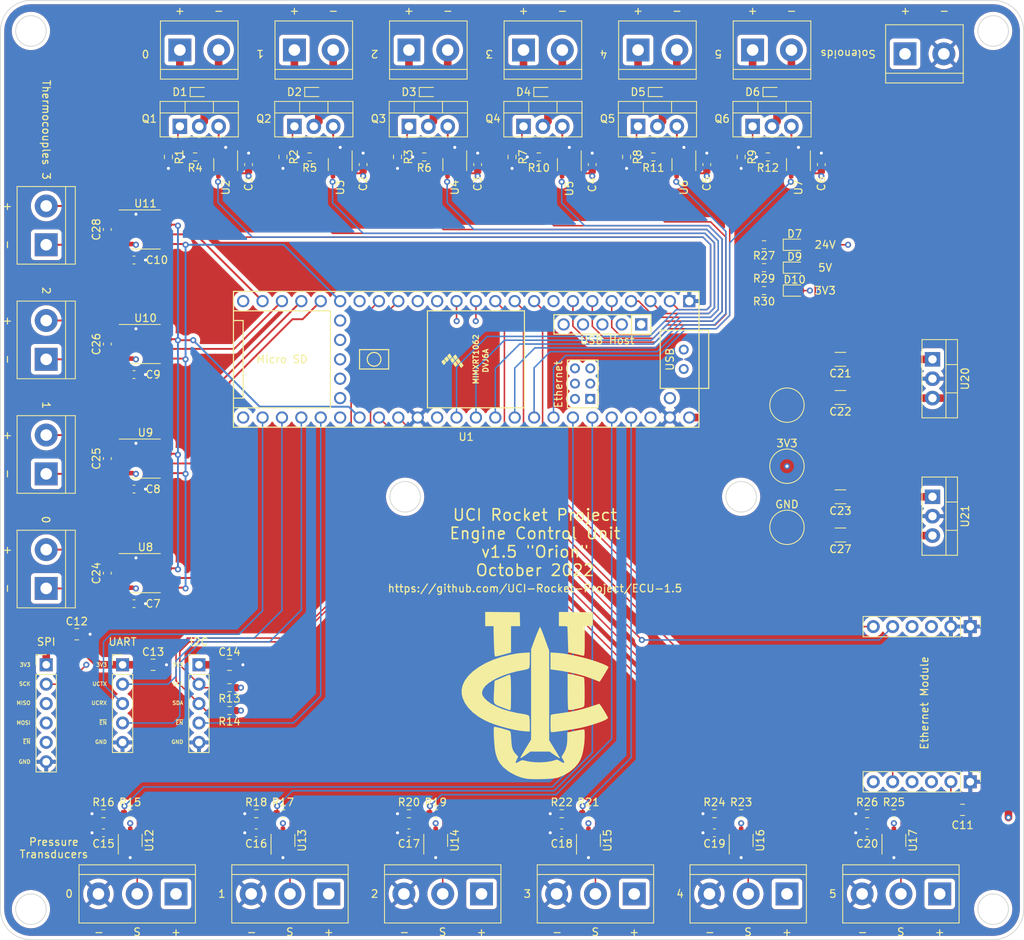
<source format=kicad_pcb>
(kicad_pcb (version 20211014) (generator pcbnew)
  (layers (0 "F.Cu" signal) (1 "In1.Cu" signal) (2 "In2.Cu" signal) (31 "B.Cu" signal) (34 "B.Paste" user) (35 "F.Paste" user) (36 "B.SilkS" user "B.Silkscreen") (37 "F.SilkS" user "F.Silkscreen") (38 "B.Mask" user) (39 "F.Mask" user) (44 "Edge.Cuts" user))
  (net 0 "")
  (net 1 "+3V3")
  (net 2 "GND")
  (net 3 "+5V")
  (net 4 "+24V")
  (net 5 "Net-(D1-Pad2)")
  (net 6 "Net-(D2-Pad2)")
  (net 7 "Net-(D3-Pad2)")
  (net 8 "Net-(D4-Pad2)")
  (net 9 "Net-(D5-Pad2)")
  (net 10 "Net-(D6-Pad2)")
  (net 11 "Net-(D7-Pad1)")
  (net 12 "Net-(U8-Pad3)")
  (net 13 "Net-(D9-Pad1)")
  (net 14 "Net-(D10-Pad1)")
  (net 15 "Net-(U8-Pad2)")
  (net 16 "Net-(J8-Pad1)")
  (net 17 "Net-(J8-Pad2)")
  (net 18 "Net-(J9-Pad1)")
  (net 19 "Net-(J9-Pad2)")
  (net 20 "Net-(J10-Pad1)")
  (net 21 "Net-(J10-Pad2)")
  (net 22 "SPI_EXT_MOSI")
  (net 23 "SPI_EXT_SCK")
  (net 24 "ETH_~{EN}")
  (net 25 "ETH_~{INT}")
  (net 27 "ETH_~{RST}")
  (net 28 "SPI_EXT_MISO")
  (net 29 "SPI_EXT_~{EN}")
  (net 30 "UART_EXT_UCTX")
  (net 31 "UART_EXT_UCRX")
  (net 32 "UART_EXT_~{EN}")
  (net 33 "I2C_EXT_SCL")
  (net 34 "I2C_EXT_SDA")
  (net 35 "I2C_EXT_~{EN}")
  (net 36 "Net-(J16-Pad2)")
  (net 37 "Net-(J17-Pad2)")
  (net 38 "Net-(J18-Pad2)")
  (net 39 "Net-(J19-Pad2)")
  (net 40 "Net-(J20-Pad2)")
  (net 41 "Net-(J21-Pad2)")
  (net 42 "S0_EN")
  (net 43 "Net-(Q1-Pad3)")
  (net 44 "S1_EN")
  (net 45 "Net-(Q2-Pad3)")
  (net 46 "S2_EN")
  (net 47 "Net-(Q3-Pad3)")
  (net 48 "S3_EN")
  (net 49 "Net-(Q4-Pad3)")
  (net 50 "S4_EN")
  (net 51 "Net-(Q5-Pad3)")
  (net 52 "S5_EN")
  (net 53 "Net-(Q6-Pad3)")
  (net 54 "Net-(R15-Pad1)")
  (net 55 "PT0")
  (net 56 "Net-(R17-Pad1)")
  (net 57 "PT1")
  (net 58 "Net-(R19-Pad1)")
  (net 59 "PT2")
  (net 60 "Net-(R21-Pad1)")
  (net 61 "PT3")
  (net 62 "Net-(R23-Pad1)")
  (net 63 "PT4")
  (net 64 "Net-(R25-Pad1)")
  (net 65 "PT5")
  (net 66 "SPI_TC_SCK")
  (net 67 "SPI_TC_MISO")
  (net 75 "S5_FB")
  (net 76 "S4_FB")
  (net 77 "S3_FB")
  (net 78 "S2_FB")
  (net 79 "S1_FB")
  (net 80 "S0_FB")
  (net 85 "SPI_TC3_~{EN}")
  (net 86 "SPI_TC2_~{EN}")
  (net 87 "SPI_TC1_~{EN}")
  (net 89 "SPI_TC0_~{EN}")
  (footprint "Package_TO_SOT_SMD:SOT-23-6" (layer "F.Cu") (at 133.5 44.5 -90)
    (fp_text reference "U5")
    (fp_text value "OPA357")
  )
  (footprint "Capacitor_SMD:C_0603_1608Metric" (layer "F.Cu") (at 76.5 102)
    (fp_text reference "C7")
    (fp_text value "100nF")
  )
  (footprint "Capacitor_SMD:C_0603_1608Metric" (layer "F.Cu") (at 112.5 132 180)
    (fp_text reference "C17")
    (fp_text value "100nF")
  )
  (footprint "Diode_SMD:D_0603_1608Metric" (layer "F.Cu") (at 163 55)
    (fp_text reference "D7")
    (fp_text value "LED")
  )
  (footprint "Capacitor_SMD:C_0603_1608Metric" (layer "F.Cu") (at 76.5 57)
    (fp_text reference "C10")
    (fp_text value "100nF")
  )
  (footprint "Resistor_SMD:R_0603_1608Metric" (layer "F.Cu") (at 159 55 180)
    (fp_text reference "R27")
    (fp_text value "1.2K")
  )
  (footprint "Diode_SMD:D_SOD-523" (layer "F.Cu") (at 115 35)
    (fp_text reference "D3")
    (fp_text value "~")
  )
  (footprint "Package_TO_SOT_SMD:SOT-23-6" (layer "F.Cu") (at 156 133 90)
    (fp_text reference "U16")
    (fp_text value "OPA357")
  )
  (footprint "Package_SO:SOIC-8_3.9x4.9mm_P1.27mm" (layer "F.Cu") (at 78 68)
    (fp_text reference "U10")
    (fp_text value "MAX31855")
  )
  (footprint "TerminalBlock:TerminalBlock_bornier-3_P5.08mm" (layer "F.Cu") (at 122 140 180)
    (fp_text reference "J18" hide)
    (fp_text value "Pressure Transducer 2")
  )
  (footprint "Capacitor_SMD:C_1206_3216Metric" (layer "F.Cu") (at 169 88 180)
    (fp_text reference "C23")
    (fp_text value "10uF")
  )
  (footprint "TerminalBlock:TerminalBlock_bornier-3_P5.08mm" (layer "F.Cu") (at 82 140 180)
    (fp_text reference "J16" hide)
    (fp_text value "Pressure Transducer 0")
  )
  (footprint "TerminalBlock:TerminalBlock_bornier-2_P5.08mm" (layer "F.Cu") (at 127.5 29.5)
    (fp_text reference "J4" hide)
    (fp_text value "Solenoid 3")
  )
  (footprint "Capacitor_SMD:C_0603_1608Metric" (layer "F.Cu") (at 151.5 44.5 90)
    (fp_text reference "C5")
    (fp_text value "100nF")
  )
  (footprint "Capacitor_SMD:C_0805_2012Metric" (layer "F.Cu") (at 69 106)
    (fp_text reference "C12")
    (fp_text value "22uF")
  )
  (footprint "Diode_SMD:D_SOD-523" (layer "F.Cu") (at 100 35)
    (fp_text reference "D2")
    (fp_text value "~")
  )
  (footprint "TerminalBlock:TerminalBlock_bornier-2_P5.08mm" (layer "F.Cu") (at 112.5 29.5)
    (fp_text reference "J3" hide)
    (fp_text value "Solenoid 2")
  )
  (footprint "Capacitor_SMD:C_0603_1608Metric" (layer "F.Cu") (at 72.5 132 180)
    (fp_text reference "C15")
    (fp_text value "100nF")
  )
  (footprint "Connector_PinHeader_2.54mm:PinHeader_1x05_P2.54mm_Vertical" (layer "F.Cu") (at 85 110)
    (fp_text reference "J15" hide)
    (fp_text value "External I2C")
  )
  (footprint "Resistor_SMD:R_0603_1608Metric" (layer "F.Cu") (at 176 129.5 180)
    (fp_text reference "R25")
    (fp_text value "4.7K")
  )
  (footprint "Resistor_SMD:R_0603_1608Metric" (layer "F.Cu") (at 89 113 180)
    (fp_text reference "R13")
    (fp_text value "4.7K")
  )
  (footprint "Resistor_SMD:R_0603_1608Metric" (layer "F.Cu") (at 156 43.5 -90)
    (fp_text reference "R9")
    (fp_text value "4.7K")
  )
  (footprint "TerminalBlock:TerminalBlock_bornier-2_P5.08mm" (layer "F.Cu") (at 177.46 30)
    (fp_text reference "J22" hide)
    (fp_text value "Power In")
  )
  (footprint "Package_TO_SOT_SMD:SOT-23-6" (layer "F.Cu") (at 176 133 90)
    (fp_text reference "U17")
    (fp_text value "OPA357")
  )
  (footprint "Diode_SMD:D_SOD-523" (layer "F.Cu") (at 85 35)
    (fp_text reference "D1")
    (fp_text value "~")
  )
  (footprint "Package_TO_SOT_SMD:SOT-23-6" (layer "F.Cu") (at 148.5 44.5 -90)
    (fp_text reference "U6")
    (fp_text value "OPA357")
  )
  (footprint "Capacitor_SMD:C_0805_2012Metric" (layer "F.Cu") (at 79 110)
    (fp_text reference "C13")
    (fp_text value "22uF")
  )
  (footprint "Resistor_SMD:R_0603_1608Metric" (layer "F.Cu") (at 172.5 129.5 180)
    (fp_text reference "R26")
    (fp_text value "4.7K")
  )
  (footprint "Package_TO_SOT_SMD:SOT-23-6" (layer "F.Cu") (at 163.5 44.5 -90)
    (fp_text reference "U7")
    (fp_text value "OPA357")
  )
  (footprint "Connector_PinHeader_2.54mm:PinHeader_1x06_P2.54mm_Vertical" (layer "F.Cu") (at 186 125.32 -90)
    (fp_text reference "J12" hide)
    (fp_text value "~")
  )
  (footprint "Package_TO_SOT_THT:TO-220-3_Vertical" (layer "F.Cu") (at 142.5 39.5)
    (fp_text reference "Q5")
    (fp_text value "~")
  )
  (footprint "Resistor_SMD:R_0603_1608Metric" (layer "F.Cu") (at 116 129.5 180)
    (fp_text reference "R19")
    (fp_text value "4.7K")
  )
  (footprint "Capacitor_SMD:C_0805_2012Metric" (layer "F.Cu") (at 89 110)
    (fp_text reference "C14")
    (fp_text value "22uF")
  )
  (footprint "TerminalBlock:TerminalBlock_bornier-2_P5.08mm" (layer "F.Cu") (at 65 70 90)
    (fp_text reference "J9" hide)
    (fp_text value "Thermocouple 2")
  )
  (footprint "Capacitor_SMD:C_0603_1608Metric" (layer "F.Cu") (at 76.5 72)
    (fp_text reference "C9")
    (fp_text value "100nF")
  )
  (footprint "TerminalBlock:TerminalBlock_bornier-2_P5.08mm" (layer "F.Cu") (at 142.5 29.5)
    (fp_text reference "J5" hide)
    (fp_text value "Solenoid 4")
  )
  (footprint "Connector_PinHeader_2.54mm:PinHeader_1x06_P2.54mm_Vertical" (layer "F.Cu") (at 186 105 -90)
    (fp_text reference "J11" hide)
    (fp_text value "~")
  )
  (footprint "Package_SO:SOIC-8_3.9x4.9mm_P1.27mm" (layer "F.Cu") (at 78 53)
    (fp_text reference "U11")
    (fp_text value "MAX31855")
  )
  (footprint "Diode_SMD:D_SOD-523" (layer "F.Cu") (at 160 35)
    (fp_text reference "D6")
    (fp_text value "~")
  )
  (footprint "Package_TO_SOT_THT:TO-220-3_Vertical" (layer "F.Cu") (at 82.5 39.5)
    (fp_text reference "Q1")
    (fp_text value "~")
  )
  (footprint "Package_TO_SOT_SMD:SOT-23-6" (layer "F.Cu") (at 103.5 44.5 -90)
    (fp_text reference "U3")
    (fp_text value "OPA357")
  )
  (footprint "Resistor_SMD:R_0603_1608Metric" (layer "F.Cu") (at 111 43.5 -90)
    (fp_text reference "R3")
    (fp_text value "4.7K")
  )
  (footprint "Capacitor_SMD:C_0603_1608Metric" (layer "F.Cu") (at 73 68 90)
    (fp_text reference "C26")
    (fp_text value "10nF")
  )
  (footprint "TerminalBlock:TerminalBlock_bornier-3_P5.08mm" (layer "F.Cu") (at 142 140 180)
    (fp_text reference "J19" hide)
    (fp_text value "Pressure Transducer 3")
  )
  (footprint "Diode_SMD:D_0603_1608Metric" (layer "F.Cu") (at 163 58)
    (fp_text reference "D9")
    (fp_text value "LED")
  )
  (footprint "Package_SO:SOIC-8_3.9x4.9mm_P1.27mm" (layer "F.Cu") (at 78 98)
    (fp_text reference "U8")
    (fp_text value "MAX31855")
  )
  (footprint "TestPoint:TestPoint_Pad_D4.0mm" (layer "F.Cu") (at 162 84)
    (fp_text reference "TP4" hide)
    (fp_text value "~")
  )
  (footprint "Resistor_SMD:R_0603_1608Metric" (layer "F.Cu") (at 141 43.5 -90)
    (fp_text reference "R8")
    (fp_text value "4.7K")
  )
  (footprint "TestPoint:TestPoint_Pad_D4.0mm" (layer "F.Cu") (at 162 76)
    (fp_text reference "TP3" hide)
    (fp_text value "~")
  )
  (footprint "Resistor_SMD:R_0603_1608Metric" (layer "F.Cu") (at 89 116 180)
    (fp_text reference "R14")
    (fp_text value "4.7K")
  )
  (footprint "Capacitor_SMD:C_0603_1608Metric" (layer "F.Cu") (at 172.5 132 180)
    (fp_text reference "C20")
    (fp_text value "100nF")
  )
  (footprint "Resistor_SMD:R_0603_1608Metric" (layer "F.Cu") (at 156 129.5 180)
    (fp_text reference "R23")
    (fp_text value "4.7K")
  )
  (footprint "TerminalBlock:TerminalBlock_bornier-3_P5.08mm" (layer "F.Cu") (at 182 140 180)
    (fp_text reference "J21" hide)
    (fp_text value "Pressure Transducer 5")
  )
  (footprint "TerminalBlock:TerminalBlock_bornier-2_P5.08mm" (layer "F.Cu") (at 65 100 90)
    (fp_text reference "J7" hide)
    (fp_text value "Thermocouple 0")
  )
  (footprint "Package_TO_SOT_THT:TO-220-3_Vertical" (layer "F.Cu") (at 127.5 39.5)
    (fp_text reference "Q4")
    (fp_text value "~")
  )
  (footprint "Capacitor_SMD:C_0603_1608Metric" (layer "F.Cu") (at 121.5 44.5 90)
    (fp_text reference "C3")
    (fp_text value "100nF")
  )
  (footprint "Resistor_SMD:R_0603_1608Metric" (layer "F.Cu") (at 129.5 43.5 180)
    (fp_text reference "R10")
    (fp_text value "1R")
  )
  (footprint "Resistor_SMD:R_0603_1608Metric" (layer "F.Cu") (at 96 43.5 -90)
    (fp_text reference "R2")
    (fp_text value "4.7K")
  )
  (footprint "Connector_PinHeader_2.54mm:PinHeader_1x05_P2.54mm_Vertical" (layer "F.Cu") (at 75 110)
    (fp_text reference "J14" hide)
    (fp_text value "External UART")
  )
  (footprint "Package_TO_SOT_SMD:SOT-23-6" (layer "F.Cu") (at 76 133 90)
    (fp_text reference "U12")
    (fp_text value "OPA357")
  )
  (footprint "Package_TO_SOT_THT:TO-220-3_Vertical" (layer "F.Cu") (at 181.055 88 -90)
    (fp_text reference "U21")
    (fp_text value "TLV2217")
  )
  (footprint "Resistor_SMD:R_0603_1608Metric" (layer "F.Cu") (at 136 129.5 180)
    (fp_text reference "R21")
    (fp_text value "4.7K")
  )
  (footprint "Package_SO:SOIC-8_3.9x4.9mm_P1.27mm" (layer "F.Cu") (at 78 83)
    (fp_text reference "U9")
    (fp_text value "MAX31855")
  )
  (footprint "Package_TO_SOT_SMD:SOT-23-6" (layer "F.Cu") (at 96 133 90)
    (fp_text reference "U13")
    (fp_text value "OPA357")
  )
  (footprint "Resistor_SMD:R_0603_1608Metric" (layer "F.Cu") (at 92.5 129.5 180)
    (fp_text reference "R18")
    (fp_text value "4.7K")
  )
  (footprint "TerminalBlock:TerminalBlock_bornier-2_P5.08mm" (layer "F.Cu") (at 82.5 29.5)
    (fp_text reference "J1" hide)
    (fp_text value "Solenoid 0")
  )
  (footprint "Resistor_SMD:R_0603_1608Metric" (layer "F.Cu") (at 126 43.5 -90)
    (fp_text reference "R7")
    (fp_text value "4.7K")
  )
  (footprint "Package_TO_SOT_SMD:SOT-23-6" (layer "F.Cu") (at 116 133 90)
    (fp_text reference "U14")
    (fp_text value "OPA357")
  )
  (footprint "Package_TO_SOT_SMD:SOT-23-6" (layer "F.Cu") (at 118.5 44.5 -90)
    (fp_text reference "U4")
    (fp_text value "OPA357")
  )
  (footprint "Resistor_SMD:R_0603_1608Metric" (layer "F.Cu") (at 76 129.5 180)
    (fp_text reference "R15")
    (fp_text value "4.7K")
  )
  (footprint "Connector_PinHeader_2.54mm:PinHeader_1x06_P2.54mm_Vertical" (layer "F.Cu") (at 65 110)
    (fp_text reference "J13" hide)
    (fp_text value "External SPI")
  )
  (footprint "ECU:UCIRP-logo" (layer "F.Cu") (at 129 114)
    (fp_text reference "G***" hide)
    (fp_text value "LOGO" hide)
  )
  (footprint "Resistor_SMD:R_0603_1608Metric" (layer "F.Cu") (at 72.5 129.5 180)
    (fp_text reference "R16")
    (fp_text value "4.7K")
  )
  (footprint "Resistor_SMD:R_0603_1608Metric" (layer "F.Cu") (at 81 43.5 -90)
    (fp_text reference "R1")
    (fp_text value "4.7K")
  )
  (footprint "teensylib:Teensy41" (layer "F.Cu") (at 120 70 180)
    (fp_text reference "U1")
    (fp_text value "Teensy4.1")
  )
  (footprint "Resistor_SMD:R_0603_1608Metric" (layer "F.Cu") (at 112.5 129.5 180)
    (fp_text reference "R20")
    (fp_text value "4.7K")
  )
  (footprint "Capacitor_SMD:C_0603_1608Metric" (layer "F.Cu") (at 73 83 90)
    (fp_text reference "C25")
    (fp_text value "10nF")
  )
  (footprint "TerminalBlock:TerminalBlock_bornier-2_P5.08mm" (layer "F.Cu") (at 97.5 29.5)
    (fp_text reference "J2" hide)
    (fp_text value "Solenoid 1")
  )
  (footprint "Capacitor_SMD:C_0603_1608Metric" (layer "F.Cu") (at 152.5 132 180)
    (fp_text reference "C19")
    (fp_text value "100nF")
  )
  (footprint "Package_TO_SOT_THT:TO-220-3_Vertical" (layer "F.Cu") (at 112.5 39.5)
    (fp_text reference "Q3")
    (fp_text value "~")
  )
  (footprint "Capacitor_SMD:C_0603_1608Metric" (layer "F.Cu") (at 91.5 44.5 90)
    (fp_text reference "C1")
    (fp_text value "100nF")
  )
  (footprint "Resistor_SMD:R_0603_1608Metric" (layer "F.Cu") (at 144.5 43.5 180)
    (fp_text reference "R11")
    (fp_text value "1R")
  )
  (footprint "TerminalBlock:TerminalBlock_bornier-2_P5.08mm" (layer "F.Cu") (at 157.5 29.5)
    (fp_text reference "J6" hide)
    (fp_text value "Solenoid 5")
  )
  (footprint "Capacitor_SMD:C_0603_1608Metric" (layer "F.Cu") (at 106.5 44.5 90)
    (fp_text reference "C2")
    (fp_text value "100nF")
  )
  (footprint "Package_TO_SOT_SMD:SOT-23-6" (layer "F.Cu") (at 88.5 44.5 -90)
    (fp_text reference "U2")
    (fp_text value "OPA357")
  )
  (footprint "Resistor_SMD:R_0603_1608Metric" (layer "F.Cu") (at 114.5 43.5 180)
    (fp_text reference "R6")
    (fp_text value "1R")
  )
  (footprint "Capacitor_SMD:C_0603_1608Metric" (layer "F.Cu") (at 166.5 44.5 90)
    (fp_text reference "C6")
    (fp_text value "100nF")
  )
  (footprint "TerminalBlock:TerminalBlock_bornier-2_P5.08mm" (layer "F.Cu") (at 65 85 90)
    (fp_text reference "J8" hide)
    (fp_text value "Thermocouple 1")
  )
  (footprint "Resistor_SMD:R_0603_1608Metric" (layer "F.Cu") (at 132.5 129.5 180)
    (fp_text reference "R22")
    (fp_text value "4.7K")
  )
  (footprint "Capacitor_SMD:C_0603_1608Metric" (layer "F.Cu") (at 73 53 90)
    (fp_text reference "C28")
    (fp_text value "10nF")
  )
  (footprint "Capacitor_SMD:C_1206_3216Metric" (layer "F.Cu") (at 169 93 180)
    (fp_text reference "C27")
    (fp_text value "10uF")
  )
  (footprint "Resistor_SMD:R_0603_1608Metric" (layer "F.Cu") (at 96 129.5 180)
    (fp_text reference "R17")
    (fp_text value "4.7K")
  )
  (footprint "Capacitor_SMD:C_0603_1608Metric" (layer "F.Cu") (at 136.5 44.5 90)
    (fp_text reference "C4")
    (fp_text value "100nF")
  )
  (footprint "Capacitor_SMD:C_1206_3216Metric" (layer "F.Cu") (at 169 75 180)
    (fp_text reference "C22")
    (fp_text value "10uF")
  )
  (footprint "Capacitor_SMD:C_0603_1608Metric" (layer "F.Cu") (at 132.5 132 180)
    (fp_text reference "C18")
    (fp_text value "100nF")
  )
  (footprint "TerminalBlock:TerminalBlock_bornier-3_P5.08mm" (layer "F.Cu") (at 162 140 180)
    (fp_text reference "J20" hide)
    (fp_text value "Pressure Transducer 4")
  )
  (footprint "Resistor_SMD:R_0603_1608Metric" (layer "F.Cu") (at 152.5 129.5 180)
    (fp_text reference "R24")
    (fp_text value "4.7K")
  )
  (footprint "Resistor_SMD:R_0603_1608Metric" (layer "F.Cu") (at 159.5 43.5 180)
    (fp_text reference "R12")
    (fp_text value "1R")
  )
  (footprint "TerminalBlock:TerminalBlock_bornier-2_P5.08mm" (layer "F.Cu") (at 65 55 90)
    (fp_text reference "J10" hide)
    (fp_text value "Thermocouple 3")
  )
  (footprint "Package_TO_SOT_THT:TO-220-3_Vertical" (layer "F.Cu") (at 97.5 39.5)
    (fp_text reference "Q2")
    (fp_text value "~")
  )
  (footprint "Capacitor_SMD:C_1206_3216Metric" (layer "F.Cu") (at 169 70 180)
    (fp_text reference "C21")
    (fp_text value "10uF")
  )
  (footprint "Diode_SMD:D_SOD-523" (layer "F.Cu") (at 145 35)
    (fp_text reference "D5")
    (fp_text value "~")
  )
  (footprint "TerminalBlock:TerminalBlock_bornier-3_P5.08mm" (layer "F.Cu") (at 102 140 180)
    (fp_text reference "J17" hide)
    (fp_text value "Pressure Transducer 1")
  )
  (footprint "Capacitor_SMD:C_0603_1608Metric" (layer "F.Cu") (at 76.5 87)
    (fp_text reference "C8")
    (fp_text value "100nF")
  )
  (footprint "Capacitor_SMD:C_0603_1608Metric" (layer "F.Cu") (at 73 98 90)
    (fp_text reference "C24")
    (fp_text value "10nF")
  )
  (footprint "TestPoint:TestPoint_Pad_D4.0mm" (layer "F.Cu") (at 162 92)
    (fp_text reference "TP5" hide)
    (fp_text value "~")
  )
  (footprint "Diode_SMD:D_SOD-523" (layer "F.Cu") (at 130 35)
    (fp_text reference "D4")
    (fp_text value "~")
  )
  (footprint "Capacitor_SMD:C_0805_2012Metric" (layer "F.Cu") (at 185 129)
    (fp_text reference "C11")
    (fp_text value "22uF")
  )
  (footprint "Resistor_SMD:R_0603_1608Metric" (layer "F.Cu") (at 159 58 180)
    (fp_text reference "R29")
    (fp_text value "150R")
  )
  (footprint "Resistor_SMD:R_0603_1608Metric" (layer "F.Cu") (at 84.5 43.5 180)
    (fp_text reference "R4")
    (fp_text value "1R")
  )
  (footprint "Package_TO_SOT_THT:TO-220-3_Vertical" (layer "F.Cu") (at 157.5 39.5)
    (fp_text reference "Q6")
    (fp_text value "~")
  )
  (footprint "Resistor_SMD:R_0603_1608Metric" (layer "F.Cu") (at 99.5 43.5 180)
    (fp_text reference "R5")
    (fp_text value "1R")
  )
  (footprint "Package_TO_SOT_THT:TO-220-3_Vertical" (layer "F.Cu") (at 181.055 70 -90)
    (fp_text reference "U20")
    (fp_text value "uA7805")
  )
  (footprint "Resistor_SMD:R_0603_1608Metric" (layer "F.Cu") (at 159 61 180)
    (fp_text reference "R30")
    (fp_text value "68R")
  )
  (footprint "Diode_SMD:D_0603_1608Metric" (layer "F.Cu") (at 163 61)
    (fp_text reference "D10")
    (fp_text value "LED")
  )
  (footprint "Package_TO_SOT_SMD:SOT-23-6" (layer "F.Cu") (at 136 133 90)
    (fp_text reference "U15")
    (fp_text value "OPA357")
  )
  (footprint "Capacitor_SMD:C_0603_1608Metric" (layer "F.Cu") (at 92.5 132 180)
    (fp_text reference "C16")
    (fp_text value "100nF")
  )
  (gr_circle (center 63 142) (end 65 142) (layer "Edge.Cuts") (width 0.1) (fill none))
  (gr_circle (center 112 88) (end 114 88) (layer "Edge.Cuts") (width 0.1) (fill none))
  (gr_circle (center 189 27) (end 191 27) (layer "Edge.Cuts") (width 0.1) (fill none))
  (gr_arc (start 193 142) (mid 191.828427 144.828427) (end 189 146) (layer "Edge.Cuts") (width 0.1))
  (gr_circle (center 63 27) (end 65 27) (layer "Edge.Cuts") (width 0.1) (fill none))
  (gr_circle (center 189 142) (end 191 142) (layer "Edge.Cuts") (width 0.1) (fill none))
  (gr_line (start 193 27) (end 193 142) (layer "Edge.Cuts") (width 0.1))
  (gr_line (start 189 146) (end 63 146) (layer "Edge.Cuts") (width 0.1))
  (gr_line (start 63 23) (end 189 23) (layer "Edge.Cuts") (width 0.1))
  (gr_arc (start 59 27) (mid 60.171573 24.171573) (end 63 23) (layer "Edge.Cuts") (width 0.1))
  (gr_arc (start 63 146) (mid 60.171573 144.828427) (end 59 142) (layer "Edge.Cuts") (width 0.1))
  (gr_arc (start 189 23) (mid 191.828427 24.171573) (end 193 27) (layer "Edge.Cuts") (width 0.1))
  (gr_line (start 59 27) (end 59 142) (layer "Edge.Cuts") (width 0.1))
  (gr_circle (center 156 88) (end 158 88) (layer "Edge.Cuts") (width 0.1) (fill none))
  (gr_text "24V" (at 167 55) (layer "F.SilkS") (effects (font (size 1 1))))
  (gr_text "+" (at 177.5 24.5 180) (layer "F.SilkS") (effects (font (size 1 1))))
  (gr_text "S" (at 136.9 145) (layer "F.SilkS") (effects (font (size 1 1))))
  (gr_text "1" (at 88 140) (layer "F.SilkS") (effects (font (size 1 1))))
  (gr_text "S" (at 116.9 145) (layer "F.SilkS") (effects (font (size 1 1))))
  (gr_text "UCI Rocket Project\nEngine Control Unit\nv1.5 {dblquote}Orion{dblquote}\nOctober 2022" (at 129 94) (layer "F.SilkS") (effects (font (size 1.5 1.5) (thickness 0.2))))
  (gr_text "~{EN}" (at 83 117.6) (layer "F.SilkS") (effects (font (size 0.5 0.5) (thickness 0.1)) (justify right)))
  (gr_text "+" (at 82.5 24.5 180) (layer "F.SilkS") (effects (font (size 1 1))))
  (gr_text "-" (at 171.9 145) (layer "F.SilkS") (effects (font (size 1 1))))
  (gr_text "-" (at 162.6 24.5 180) (layer "F.SilkS") (effects (font (size 1 1))))
  (gr_text "+" (at 82 145) (layer "F.SilkS") (effects (font (size 1 1))))
  (gr_text "-" (at 102.6 24.5 180) (layer "F.SilkS") (effects (font (size 1 1))))
  (gr_text "+" (at 60 80 270) (layer "F.SilkS") (effects (font (size 1 1))))
  (gr_text "3V3" (at 162 81) (layer "F.SilkS") (effects (font (size 1 1))))
  (gr_text "-" (at 60 55 270) (layer "F.SilkS") (effects (font (size 1 1))))
  (gr_text "MISO" (at 63 115) (layer "F.SilkS") (effects (font (size 0.5 0.5) (thickness 0.1)) (justify right)))
  (gr_text "4" (at 138 30 180) (layer "F.SilkS") (effects (font (size 1 1))))
  (gr_text "-" (at 151.9 145) (layer "F.SilkS") (effects (font (size 1 1))))
  (gr_text "S" (at 76.9 145) (layer "F.SilkS") (effects (font (size 1 1))))
  (gr_text "-" (at 131.9 145) (layer "F.SilkS") (effects (font (size 1 1))))
  (gr_text "3" (at 65 46 270) (layer "F.SilkS") (effects (font (size 1 1))))
  (gr_text "+" (at 157.5 24.5 180) (layer "F.SilkS") (effects (font (size 1 1))))
  (gr_text "GND" (at 73 120.1) (layer "F.SilkS") (effects (font (size 0.5 0.5) (thickness 0.1)) (justify right)))
  (gr_text "+" (at 97.5 24.5 180) (layer "F.SilkS") (effects (font (size 1 1))))
  (gr_text "+" (at 102 145) (layer "F.SilkS") (effects (font (size 1 1))))
  (gr_text "-" (at 182.6 24.5 180) (layer "F.SilkS") (effects (font (size 1 1))))
  (gr_text "+" (at 162 145) (layer "F.SilkS") (effects (font (size 1 1))))
  (gr_text "Pressure\nTransducers" (at 66 134) (layer "F.SilkS") (effects (font (size 1 1))))
  (gr_text "MOSI" (at 63 117.6) (layer "F.SilkS") (effects (font (size 0.5 0.5) (thickness 0.1)) (justify right)))
  (gr_text "3" (at 128 140) (layer "F.SilkS") (effects (font (size 1 1))))
  (gr_text "SPI" (at 65 107) (layer "F.SilkS") (effects (font (size 1 1))))
  (gr_text "+" (at 127.5 24.5 180) (layer "F.SilkS") (effects (font (size 1 1))))
  (gr_text "GND" (at 63 122.7) (layer "F.SilkS") (effects (font (size 0.5 0.5) (thickness 0.1)) (justify right)))
  (gr_text "~{EN}" (at 63 120.1) (layer "F.SilkS") (effects (font (size 0.5 0.5) (thickness 0.1)) (justify right)))
  (gr_text "+" (at 60 50 270) (layer "F.SilkS") (effects (font (size 1 1))))
  (gr_text "+" (at 122 145) (layer "F.SilkS") (effects (font (size 1 1))))
  (gr_text "1" (at 93 30 180) (layer "F.SilkS") (effects (font (size 1 1))))
  (gr_text "+" (at 112.5 24.5 180) (layer "F.SilkS") (effects (font (size 1 1))))
  (gr_text "Thermocouples" (at 65 39 270) (layer "F.SilkS") (effects (font (size 1 1))))
  (gr_text "GND" (at 83 120.1) (layer "F.SilkS") (effects (font (size 0.5 0.5) (thickness 0.1)) (justify right)))
  (gr_text "2" (at 108 30 180) (layer "F.SilkS") (effects (font (size 1 1))))
  (gr_text "S" (at 176.9 145) (layer "F.SilkS") (effects (font (size 1 1))))
  (gr_text "1" (at 65 76 270) (layer "F.SilkS") (effects (font (size 1 1))))
  (gr_text "SCL" (at 83 112.5) (layer "F.SilkS") (effects (font (size 0.5 0.5) (thickness 0.1)) (justify right)))
  (gr_text "UART" (at 75 107) (layer "F.SilkS") (effects (font (size 1 1))))
  (gr_text "UCRX" (at 73 115) (layer "F.SilkS") (effects (font (size 0.5 0.5) (thickness 0.1)) (justify right)))
  (gr_text "-" (at 111.9 145) (layer "F.SilkS") (effects (font (size 1 1))))
  (gr_text "-" (at 87.6 24.5 180) (layer "F.SilkS") (effects (font (size 1 1))))
  (gr_text "-" (at 91.9 145) (layer "F.SilkS") (effects (font (size 1 1))))
  (gr_text "+" (at 142.5 24.5 180) (layer "F.SilkS") (effects (font (size 1 1))))
  (gr_text "-" (at 60 100 270) (layer "F.SilkS") (effects (font (size 1 1))))
  (gr_text "S" (at 96.9 145) (layer "F.SilkS") (effects (font (size 1 1))))
  (gr_text "3" (at 123 30 180) (layer "F.SilkS") (effects (font (size 1 1))))
  (gr_text "5" (at 168 140) (layer "F.SilkS") (effects (font (size 1 1))))
  (gr_text "3V3" (at 83 110) (layer "F.SilkS") (effects (font (size 0.5 0.5) (thickness 0.1)) (justify right)))
  (gr_text "5" (at 153 30 180) (layer "F.SilkS") (effects (font (size 1 1))))
  (gr_text "https://github.com/UCI-Rocket-Project/ECU-1.5" (at 129 100) (layer "F.SilkS") (effects (font (size 1 1))))
  (gr_text "0" (at 78 30 180) (layer "F.SilkS") (effects (font (size 1 1))))
  (gr_text "-" (at 132.6 24.5 180) (layer "F.SilkS") (effects (font (size 1 1))))
  (gr_text "3V3" (at 167 61) (layer "F.SilkS") (effects (font (size 1 1))))
  (gr_text "+" (at 60 65 270) (layer "F.SilkS") (effects (font (size 1 1))))
  (gr_text "4" (at 148 140) (layer "F.SilkS") (effects (font (size 1 1))))
  (gr_text "Solenoids" (at 170 30 180) (layer "F.SilkS") (effects (font (size 1 1))))
  (gr_text "I2C" (at 85 107) (layer "F.SilkS") (effects (font (size 1 1))))
  (gr_text "-" (at 60 70 270) (layer "F.SilkS") (effects (font (size 1 1))))
  (gr_text "+" (at 182 145) (layer "F.SilkS") (effects (font (size 1 1))))
  (gr_text "GND" (at 162 89) (layer "F.SilkS") (effects (font (size 1 1))))
  (gr_text "+" (at 142 145) (layer "F.SilkS") (effects (font (size 1 1))))
  (gr_text "S" (at 156.9 145) (layer "F.SilkS") (effects (font (size 1 1))))
  (gr_text "2" (at 65 61 270) (layer "F.SilkS") (effects (font (size 1 1))))
  (gr_text "5V" (at 167 58) (layer "F.SilkS") (effects (font (size 1 1))))
  (gr_text "~{EN}" (at 73 117.6) (layer "F.SilkS") (effects (font (size 0.5 0.5) (thickness 0.1)) (justify right)))
  (gr_text "2" (at 108 140) (layer "F.SilkS") (effects (font (size 1 1))))
  (gr_text "-" (at 60 85 270) (layer "F.SilkS") (effects (font (size 1 1))))
  (gr_text "+" (at 60 95 270) (layer "F.SilkS") (effects (font (size 1 1))))
  (gr_text "SCK" (at 63 112.5) (layer "F.SilkS") (effects (font (size 0.5 0.5) (thickness 0.1)) (justify right)))
  (gr_text "SDA" (at 83 115) (layer "F.SilkS") (effects (font (size 0.5 0.5) (thickness 0.1)) (justify right)))
  (gr_text "0" (at 64.94573 90.998334 270) (layer "F.SilkS") (effects (font (size 1 1))))
  (gr_text "UCTX" (at 73 112.5) (layer "F.SilkS") (effects (font (size 0.5 0.5) (thickness 0.1)) (justify right)))
  (gr_text "3V3" (at 73 110) (layer "F.SilkS") (effects (font (size 0.5 0.5) (thickness 0.1)) (justify right)))
  (gr_text "-" (at 147.6 24.5 180) (layer "F.SilkS") (effects (font (size 1 1))))
  (gr_text "3V3" (at 63 110) (layer "F.SilkS") (effects (font (size 0.5 0.5) (thickness 0.1)) (justify right)))
  (gr_text "-" (at 71.9 145) (layer "F.SilkS") (effects (font (size 1 1))))
  (gr_text "-" (at 117.6 24.5 180) (layer "F.SilkS") (effects (font (size 1 1))))
  (gr_text "0" (at 68 140) (layer "F.SilkS") (effects (font (size 1 1))))
  (gr_text "Ethernet Module" (at 180 115 90) (layer "F.SilkS") (effects (font (size 1 1))))
  (segment (start 104.45 45.6375) (end 106.1375 45.6375) (width 0.25) (layer "F.Cu") (net 1))
  (segment (start 166.5 45.275) (end 166.5 46) (width 0.25) (layer "F.Cu") (net 1))
  (segment (start 75.525 99.905) (end 76.655 99.905) (width 0.2) (layer "F.Cu") (net 1))
  (segment (start 170.555 93.08) (end 181.055 93.08) (width 1) (layer "F.Cu") (net 1))
  (segment (start 75.525 69.905) (end 76.655 69.905) (width 0.2) (layer "F.Cu") (net 1))
  (segment (start 121.5 45.275) (end 121.5 46) (width 0.25) (layer "F.Cu") (net 1))
  (segment (start 71.881497 110) (end 68.05 106.168503) (width 1) (layer "F.Cu") (net 1))
  (segment (start 75.525 54.905) (end 76.655 54.905) (width 0.2) (layer "F.Cu") (net 1))
  (segment (start 76.655 99.905) (end 76.75 100) (width 0.2) (layer "F.Cu") (net 1))
  (segment (start 68.05 106.168503) (end 68.05 106) (width 1) (layer "F.Cu") (net 1))
  (segment (start 75.525 84.905) (end 76.655 84.905) (width 0.2) (layer "F.Cu") (net 1))
  (segment (start 119.45 45.6375) (end 121.1375 45.6375) (width 0.25) (layer "F.Cu") (net 1))
  (segment (start 118.5 45.6375) (end 119.45 45.6375) (width 0.25) (layer "F.Cu") (net 1))
  (segment (start 183.46 125.32) (end 183.46 128.41) (width 0.2) (layer "F.Cu") (net 1))
  (segment (start 66 106) (end 65 107) (width 1) (layer "F.Cu") (net 1))
  (segment (start 163.7875 61) (end 165 61) (width 0.2) (layer "F.Cu") (net 1))
  (segment (start 75.525 99.905) (end 75.525 101.8) (width 0.2) (layer "F.Cu") (net 1))
  (segment (start 75.525 69.905) (end 75.525 71.8) (width 0.2) (layer "F.Cu") (net 1))
  (segment (start 91.5 45.275) (end 91.5 46) (width 0.25) (layer "F.Cu") (net 1))
  (segment (start 68.05 106) (end 66 106) (width 1) (layer "F.Cu") (net 1))
  (segment (start 106.1375 45.6375) (end 106.5 45.275) (width 0.25) (layer "F.Cu") (net 1))
  (segment (start 183.46 128.41) (end 184.05 129) (width 0.2) (layer "F.Cu") (net 1))
  (segment (start 151.1375 45.6375) (end 151.5 45.275) (width 0.25) (layer "F.Cu") (net 1))
  (segment (start 162.118503 84) (end 162 84) (width 1) (layer "F.Cu") (net 1))
  (segment (start 89.825 116) (end 90.5 116) (width 0.2) (layer "F.Cu") (net 1))
  (segment (start 88.5 45.6375) (end 89.45 45.6375) (width 0.25) (layer "F.Cu") (net 1))
  (segment (start 134.45 45.6375) (end 136.1375 45.6375) (width 0.25) (layer "F.Cu") (net 1))
  (segment (start 121.1375 45.6375) (end 121.5 45.275) (width 0.25) (layer "F.Cu") (net 1))
  (segment (start 170.475 93) (end 170.555 93.08) (width 1) (layer "F.Cu") (net 1))
  (segment (start 75 110) (end 78.05 110) (width 1) (layer "F.Cu") (net 1))
  (segment (start 164.45 45.6375) (end 166.1375 45.6375) (width 0.25) (layer "F.Cu") (net 1))
  (segment (start 106.5 45.275) (end 106.5 46) (width 0.25) (layer "F.Cu") (net 1))
  (segment (start 76.655 69.905) (end 76.75 70) (width 0.2) (layer "F.Cu") (net 1))
  (segment (start 91.1375 45.6375) (end 91.5 45.275) (width 0.25) (layer "F.Cu") (net 1))
  (segment (start 151.5 45.275) (end 151.5 46) (width 0.25) (layer "F.Cu") (net 1))
  (segment (start 75.525 84.905) (end 75.525 86.8) (width 0.2) (layer "F.Cu") (net 1))
  (segment (start 76.655 84.905) (end 76.75 85) (width 0.2) (layer "F.Cu") (net 1))
  (segment (start 103.5 45.6375) (end 104.45 45.6375) (width 0.25) (layer "F.Cu") (net 1))
  (segment (start 75.525 56.8) (end 75.725 57) (width 0.2) (layer "F.Cu") (net 1))
  (segment (start 75.525 101.8) (end 75.725 102) (width 0.2) (layer "F.Cu") (net 1))
  (segment (start 149.45 45.6375) (end 151.1375 45.6375) (width 0.25) (layer "F.Cu") (net 1))
  (segment (start 85 110) (end 88.05 110) (width 1) (layer "F.Cu") (net 1))
  (segment (start 76.655 54.905) (end 76.75 55) (width 0.2) (layer "F.Cu") (net 1))
  (segment (start 75.525 54.905) (end 75.525 56.8) (width 0.2) (layer "F.Cu") (net 1))
  (segment (start 75 110) (end 71.881497 110) (width 1) (layer "F.Cu") (net 1))
  (segment (start 136.1375 45.6375) (end 136.5 45.275) (width 0.25) (layer "F.Cu") (net 1))
  (segment (start 75.525 86.8) (end 75.725 87) (width 0.2) (layer "F.Cu") (net 1))
  (segment (start 163.5 45.6375) (end 164.45 45.6375) (width 0.25) (layer "F.Cu") (net 1))
  (segment (start 136.5 45.275) (end 136.5 46) (width 0.25) (layer "F.Cu") (net 1))
  (segment (start 65 107) (end 65 110) (width 1) (layer "F.Cu") (net 1))
  (segment (start 89.825 113) (end 90.5 113) (width 0.2) (layer "F.Cu") (net 1))
  (segment (start 89.45 45.6375) (end 91.1375 45.6375) (width 0.25) (layer "F.Cu") (net 1))
  (segment (start 133.5 45.6375) (end 134.45 45.6375) (width 0.25) (layer "F.Cu") (net 1))
  (segment (start 166.1375 45.6375) (end 166.5 45.275) (width 0.25) (layer "F.Cu") (net 1))
  (segment (start 148.5 45.6375) (end 149.45 45.6375) (width 0.25) (layer "F.Cu") (net 1))
  (segment (start 75.525 71.8) (end 75.725 72) (width 0.2) (layer "F.Cu") (net 1))
  (via (at 165 61) (size 0.8) (drill 0.4) (layers "F.Cu" "B.Cu") (net 1))
  (via (at 136.5 46) (size 0.8) (drill 0.4) (layers "F.Cu" "B.Cu") (net 1))
  (via (at 166.5 46) (size 0.8) (drill 0.4) (layers "F.Cu" "B.Cu") (net 1))
  (via (at 121.5 46) (size 0.8) (drill 0.4) (layers "F.Cu" "B.Cu") (net 1))
  (via (at 90.5 116) (size 0.8) (drill 0.4) (layers "F.Cu" "B.Cu") (net 1))
  (via (at 76.75 70) (size 0.8) (drill 0.4) (layers "F.Cu" "B.Cu") (net 1))
  (via (at 162 84) (size 0.8) (drill 0.4) (layers "F.Cu" "B.Cu") (net 1))
  (via (at 151.5 46) (size 0.8) (drill 0.4) (layers "F.Cu" "B.Cu") (net 1))
  (via (at 91.5 46) (size 0.8) (drill 0.4) (layers "F.Cu" "B.Cu") (net 1))
  (via (at 106.5 46) (size 0.8) (drill 0.4) (layers "F.Cu" "B.Cu") (net 1))
  (via (at 76.75 100) (size 0.8) (drill 0.4) (layers "F.Cu" "B.Cu") (net 1))
  (via (at 76.75 85) (size 0.8) (drill 0.4) (layers "F.Cu" "B.Cu") (net 1))
  (via (at 90.5 113) (size 0.8) (drill 0.4) (layers "F.Cu" "B.Cu") (net 1))
  (via (at 76.75 55) (size 0.8) (drill 0.4) (layers "F.Cu" "B.Cu") (net 1))
  (segment (start 186 128.95) (end 185.95 129) (width 0.2) (layer "F.Cu") (net 2))
  (segment (start 75.525 96.095) (end 76.655 96.095) (width 0.2) (layer "F.Cu") (net 2))
  (segment (start 91.675 129.5) (end 91 129.5) (width 0.2) (layer "F.Cu") (net 2))
  (segment (start 143.675 43.5) (end 143 43.5) (width 0.25) (layer "F.Cu") (net 2))
  (segment (start 77.275 72) (end 78 72) (width 0.2) (layer "F.Cu") (net 2))
  (segment (start 171.675 129.5) (end 171 129.5) (width 0.2) (layer "F.Cu") (net 2))
  (segment (start 71.675 129.5) (end 71 129.5) (width 0.2) (layer "F.Cu") (net 2))
  (segment (start 98.675 43.5) (end 98 43.5) (width 0.25) (layer "F.Cu") (net 2))
  (segment (start 69.95 106) (end 70.75 106) (width 0.2) (layer "F.Cu") (net 2))
  (segment (start 77.275 57) (end 78 57) (width 0.2) (layer "F.Cu") (net 2))
  (segment (start 88.5 43.3625) (end 88.5 42.25) (width 0.25) (layer "F.Cu") (net 2))
  (segment (start 77.275 87) (end 78 87) (width 0.2) (layer "F.Cu") (net 2))
  (segment (start 75.525 81.095) (end 76.655 81.095) (width 0.2) (layer "F.Cu") (net 2))
  (segment (start 91.5 43.725) (end 91.5 43) (width 0.25) (layer "F.Cu") (net 2))
  (segment (start 76.655 96.095) (end 76.75 96) (width 0.2) (layer "F.Cu") (net 2))
  (segment (start 76.655 51.095) (end 76.75 51) (width 0.2) (layer "F.Cu") (net 2))
  (segment (start 128.675 43.5) (end 128 43.5) (width 0.25) (layer "F.Cu") (net 2))
  (segment (start 111 44.325) (end 111 45) (width 0.25) (layer "F.Cu") (net 2))
  (segment (start 106.5 43.725) (end 106.5 43) (width 0.25) (layer "F.Cu") (net 2))
  (segment (start 136 134.1375) (end 136 135.25) (width 0.2) (layer "F.Cu") (net 2))
  (segment (start 176 134.1375) (end 176 135.25) (width 0.2) (layer "F.Cu") (net 2))
  (segment (start 111.725 132) (end 111 132) (width 0.2) (layer "F.Cu") (net 2))
  (segment (start 158.675 43.5) (end 158 43.5) (width 0.25) (layer "F.Cu") (net 2))
  (segment (start 148.5 43.3625) (end 148.5 42.25) (width 0.25) (layer "F.Cu") (net 2))
  (segment (start 96 134.1375) (end 96 135.25) (width 0.2) (layer "F.Cu") (net 2))
  (segment (start 75.525 66.095) (end 76.655 66.095) (width 0.2) (layer "F.Cu") (net 2))
  (segment (start 156 134.1375) (end 156 135.25) (width 0.2) (layer "F.Cu") (net 2))
  (segment (start 131.725 132) (end 131 132) (width 0.2) (layer "F.Cu") (net 2))
  (segment (start 171.725 132) (end 171 132) (width 0.2) (layer "F.Cu") (net 2))
  (segment (start 166.5 43.725) (end 166.5 43) (width 0.25) (layer "F.Cu") (net 2))
  (segment (start 151.675 129.5) (end 151 129.5) (width 0.2) (layer "F.Cu") (net 2))
  (segment (start 113.675 43.5) (end 113 43.5) (width 0.25) (layer "F.Cu") (net 2))
  (segment (start 118.5 43.3625) (end 118.5 42.25) (width 0.25) (layer "F.Cu") (net 2))
  (segment (start 71.725 132) (end 71 132) (width 0.2) (layer "F.Cu") (net 2))
  (segment (start 136.5 43.725) (end 136.5 43) (width 0.25) (layer "F.Cu") (net 2))
  (segment (start 103.5 43.3625) (end 103.5 42.25) (width 0.25) (layer "F.Cu") (net 2))
  (segment (start 77.275 102) (end 78 102) (width 0.2) (layer "F.Cu") (net 2))
  (segment (start 76.655 81.095) (end 76.75 81) (width 0.2) (layer "F.Cu") (net 2))
  (segment (start 121.5 43.725) (end 121.5 43) (width 0.25) (layer "F.Cu") (net 2))
  (segment (start 156 44.325) (end 156 45) (width 0.25) (layer "F.Cu") (net 2))
  (segment (start 133.5 43.3625) (end 133.5 42.25) (width 0.25) (layer "F.Cu") (net 2))
  (segment (start 76 134.1375) (end 76 135.25) (width 0.2) (layer "F.Cu") (net 2))
  (segment (start 126 44.325) (end 126 45) (width 0.25) (layer "F.Cu") (net 2))
  (segment (start 186 125.32) (end 186 128.95) (width 0.2) (layer "F.Cu") (net 2))
  (segment (start 151.5 43.725) (end 151.5 43) (width 0.25) (layer "F.Cu") (net 2))
  (segment (start 91.725 132) (end 91 132) (width 0.2) (layer "F.Cu") (net 2))
  (segment (start 116 134.1375) (end 116 135.25) (width 0.2) (layer "F.Cu") (net 2))
  (segment (start 151.725 132) (end 151 132) (width 0.2) (layer "F.Cu") (net 2))
  (segment (start 89.95 110) (end 90.75 110) (width 0.2) (layer "F.Cu") (net 2))
  (segment (start 131.675 129.5) (end 131 129.5) (width 0.2) (layer "F.Cu") (net 2))
  (segment (start 163.5 43.3625) (end 163.5 42.25) (width 0.25) (layer "F.Cu") (net 2))
  (segment (start 76.655 66.095) (end 76.75 66) (width 0.2) (layer "F.Cu") (net 2))
  (segment (start 111.675 129.5) (end 111 129.5) (width 0.2) (layer "F.Cu") (net 2))
  (segment (start 79.95 110) (end 80.75 110) (width 0.2) (layer "F.Cu") (net 2))
  (segment (start 81 44.325) (end 81 45) (width 0.25) (layer "F.Cu") (net 2))
  (segment (start 83.675 43.5) (end 83 43.5) (width 0.25) (layer "F.Cu") (net 2))
  (segment (start 96 44.325) (end 96 45) (width 0.25) (layer "F.Cu") (net 2))
  (segment (start 75.525 51.095) (end 76.655 51.095) (width 0.2) (layer "F.Cu") (net 2))
  (segment (start 141 44.325) (end 141 45) (width 0.25) (layer "F.Cu") (net 2))
  (via (at 143 43.5) (size 0.8) (drill 0.4) (layers "F.Cu" "B.Cu") (net 2))
  (via (at 111 132) (size 0.8) (drill 0.4) (layers "F.Cu" "B.Cu") (net 2))
  (via (at 78 72) (size 0.8) (drill 0.4) (layers "F.Cu" "B.Cu") (net 2))
  (via (at 78 57) (size 0.8) (drill 0.4) (layers "F.Cu" "B.Cu") (net 2))
  (via (at 141 45) (size 0.8) (drill 0.4) (layers "F.Cu" "B.Cu") (net 2))
  (via (at 81 45) (size 0.8) (drill 0.4) (layers "F.Cu" "B.Cu") (net 2))
  (via (at 91 132) (size 0.8) (drill 0.4) (layers "F.Cu" "B.Cu") (net 2))
  (via (at 78 102) (size 0.8) (drill 0.4) (layers "F.Cu" "B.Cu") (net 2))
  (via (at 156 45) (size 0.8) (drill 0.4) (layers "F.Cu" "B.Cu") (net 2))
  (via (at 118.5 42.25) (size 0.8) (drill 0.4) (layers "F.Cu" "B.Cu") (net 2))
  (via (at 126 45) (size 0.8) (drill 0.4) (layers "F.Cu" "B.Cu") (net 2))
  (via (at 121.5 43) (size 0.8) (drill 0.4) (layers "F.Cu" "B.Cu") (net 2))
  (via (at 80.75 110) (size 0.8) (drill 0.4) (layers "F.Cu" "B.Cu") (net 2))
  (via (at 111 45) (size 0.8) (drill 0.4) (layers "F.Cu" "B.Cu") (net 2))
  (via (at 131 132) (size 0.8) (drill 0.4) (layers "F.Cu" "B.Cu") (net 2))
  (via (at 166.5 43) (size 0.8) (drill 0.4) (layers "F.Cu" "B.Cu") (net 2))
  (via (at 91 129.5) (size 0.8) (drill 0.4) (layers "F.Cu" "B.Cu") (net 2))
  (via (at 76.75 66) (size 0.8) (drill 0.4) (layers "F.Cu" "B.Cu") (net 2))
  (via (at 171 129.5) (size 0.8) (drill 0.4) (layers "F.Cu" "B.Cu") (net 2))
  (via (at 151 129.5) (size 0.8) (drill 0.4) (layers "F.Cu" "B.Cu") (net 2))
  (via (at 90.75 110) (size 0.8) (drill 0.4) (layers "F.Cu" "B.Cu") (net 2))
  (via (at 151 132) (size 0.8) (drill 0.4) (layers "F.Cu" "B.Cu") (net 2))
  (via (at 163.5 42.25) (size 0.8) (drill 0.4) (layers "F.Cu" "B.Cu") (net 2))
  (via (at 78 87) (size 0.8) (drill 0.4) (layers "F.Cu" "B.Cu") (net 2))
  (via (at 148.5 42.25) (size 0.8) (drill 0.4) (layers "F.Cu" "B.Cu") (net 2))
  (via (at 171 132) (size 0.8) (drill 0.4) (layers "F.Cu" "B.Cu") (net 2))
  (via (at 96 45) (size 0.8) (drill 0.4) (layers "F.Cu" "B.Cu") (net 2))
  (via (at 158 43.5) (size 0.8) (drill 0.4) (layers "F.Cu" "B.Cu") (net 2))
  (via (at 71 129.5) (size 0.8) (drill 0.4) (layers "F.Cu" "B.Cu") (net 2))
  (via (at 76.75 96) (size 0.8) (drill 0.4) (layers "F.Cu" "B.Cu") (net 2))
  (via (at 136.5 43) (size 0.8) (drill 0.4) (layers "F.Cu" "B.Cu") (net 2))
  (via (at 83 43.5) (size 0.8) (drill 0.4) (layers "F.Cu" "B.Cu") (net 2))
  (via (at 113 43.5) (size 0.8) (drill 0.4) (layers "F.Cu" "B.Cu") (net 2))
  (via (at 76 135.25) (size 0.8) (drill 0.4) (layers "F.Cu" "B.Cu") (net 2))
  (via (at 76.75 81) (size 0.8) (drill 0.4) (layers "F.Cu" "B.Cu") (net 2))
  (via (at 151.5 43) (size 0.8) (drill 0.4) (layers "F.Cu" "B.Cu") (net 2))
  (via (at 116 135.25) (size 0.8) (drill 0.4) (layers "F.Cu" "B.Cu") (net 2))
  (via (at 98 43.5) (size 0.8) (drill 0.4) (layers "F.Cu" "B.Cu") (net 2))
  (via (at 91.5 43) (size 0.8) (drill 0.4) (layers "F.Cu" "B.Cu") (net 2))
  (via (at 70.75 106) (size 0.8) (drill 0.4) (layers "F.Cu" "B.Cu") (net 2))
  (via (at 106.5 43) (size 0.8) (drill 0.4) (layers "F.Cu" "B.Cu") (net 2))
  (via (at 76.75 51) (size 0.8) (drill 0.4) (layers "F.Cu" "B.Cu") (net 2))
  (via (at 131 129.5) (size 0.8) (drill 0.4) (layers "F.Cu" "B.Cu") (net 2))
  (via (at 88.5 42.25) (size 0.8) (drill 0.4) (layers "F.Cu" "B.Cu") (net 2))
  (via (at 156 135.25) (size 0.8) (drill 0.4) (layers "F.Cu" "B.Cu") (net 2))
  (via (at 96 135.25) (size 0.8) (drill 0.4) (layers "F.Cu" "B.Cu") (net 2))
  (via (at 111 129.5) (size 0.8) (drill 0.4) (layers "F.Cu" "B.Cu") (net 2))
  (via (at 136 135.25) (size 0.8) (drill 0.4) (layers "F.Cu" "B.Cu") (net 2))
  (via (at 176 135.25) (size 0.8) (drill 0.4) (layers "F.Cu" "B.Cu") (net 2))
  (via (at 133.5 42.25) (size 0.8) (drill 0.4) (layers "F.Cu" "B.Cu") (net 2))
  (via (at 128 43.5) (size 0.8) (drill 0.4) (layers "F.Cu" "B.Cu") (net 2))
  (via (at 71 132) (size 0.8) (drill 0.4) (layers "F.Cu" "B.Cu") (net 2))
  (via (at 103.5 42.25) (size 0.8) (drill 0.4) (layers "F.Cu" "B.Cu") (net 2))
  (segment (start 156 131.8625) (end 156 130.75) (width 0.2) (layer "F.Cu") (net 3))
  (segment (start 191 79) (end 191 130) (width 1) (layer "F.Cu") (net 3))
  (segment (start 165.7 58.7) (end 165.7 77.54) (width 0.2) (layer "F.Cu") (net 3))
  (segment (start 76 131.8625) (end 75.05 131.8625) (width 0.2) (layer "F.Cu") (net 3))
  (segment (start 153.4125 131.8625) (end 153.275 132) (width 0.2) (layer "F.Cu") (net 3))
  (segment (start 96 131.8625) (end 96 130.75) (width 0.2) (layer "F.Cu") (net 3))
  (segment (start 187.08 75.08) (end 191 79) (width 1) (layer "F.Cu") (net 3))
  (segment (start 115.05 131.8625) (end 113.4125 131.8625) (width 0.2) (layer "F.Cu") (net 3))
  (segment (start 170.555 75.08) (end 181.055 75.08) (width 1) (layer "F.Cu") (net 3))
  (segment (start 163.7875 58) (end 165 58) (width 0.2) (layer "F.Cu") (net 3))
  (segment (start 156 131.8625) (end 155.05 131.8625) (width 0.2) (layer "F.Cu") (net 3))
  (segment (start 133.4125 131.8625) (end 133.275 132) (width 0.2) (layer "F.Cu") (net 3))
  (segment (start 167.855 77.62) (end 170.475 75) (width 1) (layer "F.Cu") (net 3))
  (segment (start 149.21 77.62) (end 165.62 77.62) (width 1) (layer "F.Cu") (net 3))
  (segment (start 181.055 75.08) (end 187.08 75.08) (width 1) (layer "F.Cu") (net 3))
  (segment (start 95.05 131.8625) (end 93.4125 131.8625) (width 0.2) (layer "F.Cu") (net 3))
  (segment (start 155.05 131.8625) (end 153.4125 131.8625) (width 0.2) (layer "F.Cu") (net 3))
  (segment (start 73.4125 131.8625) (end 73.275 132) (width 0.2) (layer "F.Cu") (net 3))
  (segment (start 176 131.8625) (end 176 130.75) (width 0.2) (layer "F.Cu") (net 3))
  (segment (start 116 131.8625) (end 116 130.75) (width 0.2) (layer "F.Cu") (net 3))
  (segment (start 135.05 131.8625) (end 133.4125 131.8625) (width 0.2) (layer "F.Cu") (net 3))
  (segment (start 170.475 75) (end 170.555 75.08) (width 1) (layer "F.Cu") (net 3))
  (segment (start 75.05 131.8625) (end 73.4125 131.8625) (width 0.2) (layer "F.Cu") (net 3))
  (segment (start 96 131.8625) (end 95.05 131.8625) (width 0.2) (layer "F.Cu") (net 3))
  (segment (start 76 131.8625) (end 76 130.75) (width 0.2) (layer "F.Cu") (net 3))
  (segment (start 165.62 77.62) (end 167.855 77.62) (width 1) (layer "F.Cu") (net 3))
  (segment (start 136 131.8625) (end 136 130.75) (width 0.2) (layer "F.Cu") (net 3))
  (segment (start 165 58) (end 165.7 58.7) (width 0.2) (layer "F.Cu") (net 3))
  (segment (start 116 131.8625) (end 115.05 131.8625) (width 0.2) (layer "F.Cu") (net 3))
  (segment (start 113.4125 131.8625) (end 113.275 132) (width 0.2) (layer "F.Cu") (net 3))
  (segment (start 165.7 77.54) (end 165.62 77.62) (width 0.2) (layer "F.Cu") (net 3))
  (segment (start 93.4125 131.8625) (end 93.275 132) (width 0.2) (layer "F.Cu") (net 3))
  (segment (start 175.05 131.8625) (end 173.4125 131.8625) (width 0.2) (layer "F.Cu") (net 3))
  (segment (start 173.4125 131.8625) (end 173.275 132) (width 0.2) (layer "F.Cu") (net 3))
  (segment (start 136 131.8625) (end 135.05 131.8625) (width 0.2) (layer "F.Cu") (net 3))
  (segment (start 176 131.8625) (end 175.05 131.8625) (width 0.2) (layer "F.Cu") (net 3))
  (via (at 191 130) (size 0.8) (drill 0.4) (layers "F.Cu" "B.Cu") (net 3))
  (via (at 96 130.75) (size 0.8) (drill 0.4) (layers "F.Cu" "B.Cu") (net 3))
  (via (at 76 130.75) (size 0.8) (drill 0.4) (layers "F.Cu" "B.Cu") (net 3))
  (via (at 116 130.75) (size 0.8) (drill 0.4) (layers "F.Cu" "B.Cu") (net 3))
  (via (at 156 130.75) (size 0.8) (drill 0.4) (layers "F.Cu" "B.Cu") (net 3))
  (via (at 136 130.75) (size 0.8) (drill 0.4) (layers "F.Cu" "B.Cu") (net 3))
  (via (at 176 130.75) (size 0.8) (drill 0.4) (layers "F.Cu" "B.Cu") (net 3))
  (segment (start 127.5 29.5) (end 127.5 33.2) (width 1) (layer "F.Cu") (net 4))
  (segment (start 112.5 29.5) (end 112.5 33.2) (width 1) (layer "F.Cu") (net 4))
  (segment (start 157.5 29.5) (end 157.5 33.2) (width 1) (layer "F.Cu") (net 4))
  (segment (start 157.5 33.2) (end 159.3 35) (width 1) (layer "F.Cu") (net 4))
  (segment (start 97.5 33.2) (end 99.3 35) (width 1) (layer "F.Cu") (net 4))
  (segment (start 170.475 88) (end 181.055 88) (width 1) (layer "F.Cu") (net 4))
  (segment (start 163.7875 55) (end 170 55) (width 0.2) (layer "F.Cu") (net 4))
  (segment (start 82.5 29.5) (end 82.5 33.2) (width 1) (layer "F.Cu") (net 4))
  (segment (start 127.5 33.2) (end 129.3 35) (width 1) (layer "F.Cu") (net 4))
  (segment (start 97.5 29.5) (end 97.5 33.2) (width 1) (layer "F.Cu") (net 4))
  (segment (start 142.5 33.2) (end 144.3 35) (width 1) (layer "F.Cu") (net 4))
  (segment (start 112.5 33.2) (end 114.3 35) (width 1) (layer "F.Cu") (net 4))
  (segment (start 170.475 70) (end 181.055 70) (width 1) (layer "F.Cu") (net 4))
  (segment (start 142.5 29.5) (end 142.5 33.2) (width 1) (layer "F.Cu") (net 4))
  (segment (start 82.5 33.2) (end 84.3 35) (width 1) (layer "F.Cu") (net 4))
  (via (at 170 55) (size 0.8) (drill 0.4) (layers "F.Cu" "B.Cu") (net 4))
  (segment (start 87.58 29.5) (end 87.58 33.12) (width 1) (layer "F.Cu") (net 5))
  (segment (start 85.7 38.84) (end 85.04 39.5) (width 1) (layer "F.Cu") (net 5))
  (segment (start 87.58 33.12) (end 85.7 35) (width 1) (layer "F.Cu") (net 5))
  (segment (start 85.7 35) (end 85.7 38.84) (width 1) (layer "F.Cu") (net 5))
  (segment (start 100.7 35) (end 100.7 38.84) (width 1) (layer "F.Cu") (net 6))
  (segment (start 100.7 38.84) (end 100.04 39.5) (width 1) (layer "F.Cu") (net 6))
  (segment (start 102.58 33.12) (end 100.7 35) (width 1) (layer "F.Cu") (net 6))
  (segment (start 102.58 29.5) (end 102.58 33.12) (width 1) (layer "F.Cu") (net 6))
  (segment (start 115.7 38.84) (end 115.04 39.5) (width 1) (layer "F.Cu") (net 7))
  (segment (start 117.58 29.5) (end 117.58 33.12) (width 1) (layer "F.Cu") (net 7))
  (segment (start 117.58 33.12) (end 115.7 35) (width 1) (layer "F.Cu") (net 7))
  (segment (start 115.7 35) (end 115.7 38.84) (width 1) (layer "F.Cu") (net 7))
  (segment (start 132.58 29.5) (end 132.58 33.12) (width 1) (layer "F.Cu") (net 8))
  (segment (start 132.58 33.12) (end 130.7 35) (width 1) (layer "F.Cu") (net 8))
  (segment (start 130.7 35) (end 130.7 38.84) (width 1) (layer "F.Cu") (net 8))
  (segment (start 130.7 38.84) (end 130.04 39.5) (width 1) (layer "F.Cu") (net 8))
  (segment (start 145.7 35) (end 145.7 38.84) (width 1) (layer "F.Cu") (net 9))
  (segment (start 147.58 29.5) (end 147.58 33.12) (width 1) (layer "F.Cu") (net 9))
  (segment (start 145.7 38.84) (end 145.04 39.5) (width 1) (layer "F.Cu") (net 9))
  (segment (start 147.58 33.12) (end 145.7 35) (width 1) (layer "F.Cu") (net 9))
  (segment (start 162.58 33.12) (end 160.7 35) (width 1) (layer "F.Cu") (net 10))
  (segment (start 160.7 38.84) (end 160.04 39.5) (width 1) (layer "F.Cu") (net 10))
  (segment (start 162.58 29.5) (end 162.58 33.12) (width 1) (layer "F.Cu") (net 10))
  (segment (start 160.7 35) (end 160.7 38.84) (width 1) (layer "F.Cu") (net 10))
  (segment (start 162.2125 55) (end 159.825 55) (width 0.2) (layer "F.Cu") (net 11))
  (segment (start 72.975 98.775) (end 71.75 100) (width 0.25) (layer "F.Cu") (net 12))
  (segment (start 75.5 98.635) (end 73.115 98.635) (width 0.25) (layer "F.Cu") (net 12))
  (segment (start 71.75 100) (end 64.975 100) (width 0.25) (layer "F.Cu") (net 12))
  (segment (start 73.115 98.635) (end 72.975 98.775) (width 0.25) (layer "F.Cu") (net 12))
  (segment (start 162.2125 58) (end 159.825 58) (width 0.2) (layer "F.Cu") (net 13))
  (segment (start 162.2125 61) (end 159.825 61) (width 0.2) (layer "F.Cu") (net 14))
  (segment (start 72.975 97.225) (end 70.67 94.92) (width 0.25) (layer "F.Cu") (net 15))
  (segment (start 75.5 97.365) (end 73.115 97.365) (width 0.25) (layer "F.Cu") (net 15))
  (segment (start 70.67 94.92) (end 64.975 94.92) (width 0.25) (layer "F.Cu") (net 15))
  (segment (start 73.115 97.365) (end 72.975 97.225) (width 0.25) (layer "F.Cu") (net 15))
  (segment (start 73.115 83.635) (end 72.975 83.775) (width 0.25) (layer "F.Cu") (net 16))
  (segment (start 75.5 83.635) (end 73.115 83.635) (width 0.25) (layer "F.Cu") (net 16))
  (segment (start 72.975 83.775) (end 71.75 85) (width 0.25) (layer "F.Cu") (net 16))
  (segment (start 71.75 85) (end 64.975 85) (width 0.25) (layer "F.Cu") (net 16))
  (segment (start 73.115 82.365) (end 72.975 82.225) (width 0.25) (layer "F.Cu") (net 17))
  (segment (start 72.975 82.225) (end 70.67 79.92) (width 0.25) (layer "F.Cu") (net 17))
  (segment (start 70.67 79.92) (end 64.975 79.92) (width 0.25) (layer "F.Cu") (net 17))
  (segment (start 75.5 82.365) (end 73.115 82.365) (width 0.25) (layer "F.Cu") (net 17))
  (segment (start 73.115 68.635) (end 72.975 68.775) (width 0.25) (layer "F.Cu") (net 18))
  (segment (start 72.975 68.775) (end 71.75 70) (width 0.25) (layer "F.Cu") (net 18))
  (segment (start 75.5 68.635) (end 73.115 68.635) (width 0.25) (layer "F.Cu") (net 18))
  (segment (start 71.75 70) (end 64.975 70) (width 0.25) (layer "F.Cu") (net 18))
  (segment (start 72.975 67.225) (end 70.67 64.92) (width 0.25) (layer "F.Cu") (net 19))
  (segment (start 73.115 67.365) (end 72.975 67.225) (width 0.25) (layer "F.Cu") (net 19))
  (segment (start 70.67 64.92) (end 64.975 64.92) (width 0.25) (layer "F.Cu") (net 19))
  (segment (start 75.5 67.365) (end 73.115 67.365) (width 0.25) (layer "F.Cu") (net 19))
  (segment (start 75.525 53.635) (end 73.14 53.635) (width 0.25) (layer "F.Cu") (net 20))
  (segment (start 73.14 53.635) (end 73 53.775) (width 0.25) (layer "F.Cu") (net 20))
  (segment (start 73 53.775) (end 71.775 55) (width 0.25) (layer "F.Cu") (net 20))
  (segment (start 71.775 55) (end 65 55) (width 0.25) (layer "F.Cu") (net 20))
  (segment (start 70.695 49.92) (end 65 49.92) (width 0.25) (layer "F.Cu") (net 21))
  (segment (start 73.14 52.365) (end 73 52.225) (width 0.25) (layer "F.Cu") (net 21))
  (segment (start 73 52.225) (end 70.695 49.92) (width 0.25) (layer "F.Cu") (net 21))
  (segment (start 75.525 52.365) (end 73.14 52.365) (width 0.25) (layer "F.Cu") (net 21))
  (segment (start 118.73 64.98) (end 118.75 65) (width 0.2) (layer "F.Cu") (net 22))
  (segment (start 118.73 62.38) (end 118.73 64.98) (width 0.2) (layer "F.Cu") (net 22))
  (via (at 118.75 65) (size 0.8) (drill 0.4) (layers "F.Cu" "B.Cu") (net 22))
  (segment (start 67.71 112.54) (end 65 112.54) (width 0.2) (layer "F.Cu") (net 23))
  (segment (start 70.25 110) (end 67.71 112.54) (width 0.2) (layer "F.Cu") (net 23))
  (via (at 70.25 110) (size 0.8) (drill 0.4) (layers "F.Cu" "B.Cu") (net 23))
  (segment (start 125 63.57) (end 125 82) (width 0.2) (layer "F.Cu") (net 24))
  (segment (start 125 82) (end 125 88.75) (width 0.2) (layer "F.Cu") (net 24))
  (segment (start 125 88.75) (end 143 106.75) (width 0.2) (layer "F.Cu") (net 24))
  (segment (start 123.81 62.38) (end 125 63.57) (width 0.2) (layer "F.Cu") (net 24))
  (via (at 143 106.75) (size 0.8) (drill 0.4) (layers "F.Cu" "B.Cu") (net 24))
  (segment (start 143 106.75) (end 174.09 106.75) (width 0.2) (layer "B.Cu") (net 24))
  (segment (start 174.09 106.75) (end 175.84 105) (width 0.2) (layer "B.Cu") (net 24))
  (segment (start 149.25 105) (end 173.3 105) (width 0.2) (layer "F.Cu") (net 25))
  (segment (start 128.89 62.38) (end 130 63.49) (width 0.2) (layer "F.Cu") (net 25))
  (segment (start 130 63.49) (end 130 85.75) (width 0.2) (layer "F.Cu") (net 25))
  (segment (start 130 85.75) (end 149.25 105) (width 0.2) (layer "F.Cu") (net 25))
  (segment (start 126.35 62.38) (end 127.5 63.53) (width 0.2) (layer "F.Cu") (net 27))
  (segment (start 175.84 117.09) (end 175.84 125.32) (width 0.2) (layer "F.Cu") (net 27))
  (segment (start 127.5 63.53) (end 127.5 87.75) (width 0.2) (layer "F.Cu") (net 27))
  (segment (start 171.25 112.5) (end 175.84 117.09) (width 0.2) (layer "F.Cu") (net 27))
  (segment (start 152.25 112.5) (end 171.25 112.5) (width 0.2) (layer "F.Cu") (net 27))
  (segment (start 127.5 87.75) (end 152.25 112.5) (width 0.2) (layer "F.Cu") (net 27))
  (segment (start 121.27 62.38) (end 121.27 64.98) (width 0.2) (layer "F.Cu") (net 29))
  (segment (start 121.27 64.98) (end 121.25 65) (width 0.2) (layer "F.Cu") (net 29))
  (via (at 121.25 65) (size 0.8) (drill 0.4) (layers "F.Cu" "B.Cu") (net 29))
  (segment (start 95.87 77.62) (end 95.87 102.88) (width 0.2) (layer "B.Cu") (net 30))
  (segment (start 92.25 106.5) (end 85 106.5) (width 0.2) (layer "B.Cu") (net 30))
  (segment (start 95.87 102.88) (end 92.25 106.5) (width 0.2) (layer "B.Cu") (net 30))
  (segment (start 82 111.5) (end 80.96 112.54) (width 0.2) (layer "B.Cu") (net 30))
  (segment (start 85 106.5) (end 82 109.5) (width 0.2) (layer "B.Cu") (net 30))
  (segment (start 82 109.5) (end 82 111.5) (width 0.2) (layer "B.Cu") (net 30))
  (segment (start 80.96 112.54) (end 75 112.54) (width 0.2) (layer "B.Cu") (net 30))
  (segment (start 90.25 106) (end 73.5 106) (width 0.2) (layer "B.Cu") (net 31))
  (segment (start 72.5 107) (end 72.5 112.58) (width 0.2) (layer "B.Cu") (net 31))
  (segment (start 93.33 77.62) (end 93.33 102.92) (width 0.2) (layer "B.Cu") (net 31))
  (segment (start 72.5 112.58) (end 75 115.08) (width 0.2) (layer "B.Cu") (net 31))
  (segment (start 93.33 102.92) (end 90.25 106) (width 0.2) (layer "B.Cu") (net 31))
  (segment (start 73.5 106) (end 72.5 107) (width 0.2) (layer "B.Cu") (net 31))
  (segment (start 98.41 77.62) (end 98.41 102.84) (width 0.2) (layer "B.Cu") (net 32))
  (segment (start 94.25 107) (end 85.25 107) (width 0.2) (layer "B.Cu") (net 32))
  (segment (start 85.25 107) (end 82.5 109.75) (width 0.2) (layer "B.Cu") (net 32))
  (segment (start 82.5 109.75) (end 82.5 116.75) (width 0.2) (layer "B.Cu") (net 32))
  (segment (start 81.63 117.62) (end 75 117.62) (width 0.2) (layer "B.Cu") (net 32))
  (segment (start 82.5 116.75) (end 81.63 117.62) (width 0.2) (layer "B.Cu") (net 32))
  (segment (start 98.41 102.84) (end 94.25 107) (width 0.2) (layer "B.Cu") (net 32))
  (segment (start 111.11 62.38) (end 107.47 66.02) (width 0.2) (layer "F.Cu") (net 33))
  (segment (start 107.47 66.02) (end 107.47 97.095685) (width 0.2) (layer "F.Cu") (net 33))
  (segment (start 83.75 107) (end 82.5 108.25) (width 0.2) (layer "F.Cu") (net 33))
  (segment (start 107.47 97.095685) (end 97.565685 107) (width 0.2) (layer "F.Cu") (net 33))
  (segment (start 82.5 108.25) (end 82.5 110.04) (width 0.2) (layer "F.Cu") (net 33))
  (segment (start 88.175 113) (end 85.46 113) (width 0.2) (layer "F.Cu") (net 33))
  (segment (start 82.5 110.04) (end 85 112.54) (width 0.2) (layer "F.Cu") (net 33))
  (segment (start 85.46 113) (end 85 112.54) (width 0.2) (layer "F.Cu") (net 33))
  (segment (start 97.565685 107) (end 83.75 107) (width 0.2) (layer "F.Cu") (net 33))
  (segment (start 97.5 106.5) (end 83.5 106.5) (width 0.2) (layer "F.Cu") (net 34))
  (segment (start 82 112.08) (end 85 115.08) (width 0.2) (layer "F.Cu") (net 34))
  (segment (start 82 108) (end 82 112.08) (width 0.2) (layer "F.Cu") (net 34))
  (segment (start 104.93 66.02) (end 104.93 99.07) (width 0.2) (layer "F.Cu") (net 34))
  (segment (start 85.92 116) (end 85 115.08) (width 0.2) (layer "F.Cu") (net 34))
  (segment (start 104.93 99.07) (end 97.5 106.5) (width 0.2) (layer "F.Cu") (net 34))
  (segment (start 108.57 62.38) (end 104.93 66.02) (width 0.2) (layer "F.Cu") (net 34))
  (segment (start 83.5 106.5) (end 82 108) (width 0.2) (layer "F.Cu") (net 34))
  (segment (start 88.175 116) (end 85.92 116) (width 0.2) (layer "F.Cu") (net 34))
  (segment (start 100.95 114.05) (end 97.38 117.62) (width 0.2) (layer "B.Cu") (net 35))
  (segment (start 97.38 117.62) (end 85 117.62) (width 0.2) (layer "B.Cu") (net 35))
  (segment (start 100.95 77.62) (end 100.95 114.05) (width 0.2) (layer "B.Cu") (net 35))
  (segment (start 76.95 134.1375) (end 76.92 134.1675) (width 0.2) (layer "F.Cu") (net 36))
  (segment (start 76.92 134.1675) (end 76.92 140) (width 0.2) (layer "F.Cu") (net 36))
  (segment (start 96.92 134.1675) (end 96.92 140) (width 0.2) (layer "F.Cu") (net 37))
  (segment (start 96.95 134.1375) (end 96.92 134.1675) (width 0.2) (layer "F.Cu") (net 37))
  (segment (start 116.95 134.1375) (end 116.92 134.1675) (width 0.2) (layer "F.Cu") (net 38))
  (segment (start 116.92 134.1675) (end 116.92 140) (width 0.2) (layer "F.Cu") (net 38))
  (segment (start 136.92 134.1675) (end 136.92 140) (width 0.2) (layer "F.Cu") (net 39))
  (segment (start 136.95 134.1375) (end 136.92 134.1675) (width 0.2) (layer "F.Cu") (net 39))
  (segment (start 156.95 134.1375) (end 156.92 134.1675) (width 0.2) (layer "F.Cu") (net 40))
  (segment (start 156.92 134.1675) (end 156.92 140) (width 0.2) (layer "F.Cu") (net 40))
  (segment (start 176.92 134.1675) (end 176.92 140) (width 0.2) (layer "F.Cu") (net 41))
  (segment (start 176.95 134.1375) (end 176.92 134.1675) (width 0.2) (layer "F.Cu") (net 41))
  (segment (start 81 42.675) (end 82.175 42.675) (width 0.2) (layer "F.Cu") (net 42))
  (segment (start 82.25 48.25) (end 82.25 42.75) (width 0.2) (layer "F.Cu") (net 42))
  (segment (start 88 54) (end 82.25 48.25) (width 0.2) (layer "F.Cu") (net 42))
  (segment (start 152 55) (end 151 54) (width 0.2) (layer "F.Cu") (net 42))
  (segment (start 82.25 42.75) (end 82.25 39.75) (width 0.2) (layer "F.Cu") (net 42))
  (segment (start 152 63) (end 152 55) (width 0.2) (layer "F.Cu") (net 42))
  (segment (start 82.25 39.75) (end 82.5 39.5) (width 0.2) (layer "F.Cu") (net 42))
  (segment (start 146.67 62.38) (end 147.79 63.5) (width 0.2) (layer "F.Cu") (net 42))
  (segment (start 147.79 63.5) (end 151.5 63.5) (width 0.2) (layer "F.Cu") (net 42))
  (segment (start 151 54) (end 88 54) (width 0.2) (layer "F.Cu") (net 42))
  (segment (start 82.175 42.675) (end 82.25 42.75) (width 0.2) (layer "F.Cu") (net 42))
  (segment (start 151.5 63.5) (end 152 63) (width 0.2) (layer "F.Cu") (net 42))
  (segment (start 87.58 43.3325) (end 87.58 39.5) (width 0.25) (layer "F.Cu") (net 43))
  (segment (start 87.4125 43.5) (end 87.55 43.3625) (width 0.25) (layer "F.Cu") (net 43))
  (segment (start 85.325 43.5) (end 87.4125 43.5) (width 0.25) (layer "F.Cu") (net 43))
  (segment (start 87.55 43.3625) (end 87.58 43.3325) (width 0.25) (layer "F.Cu") (net 43))
  (segment (start 144.13 62.38) (end 145.75 64) (width 0.2) (layer "F.Cu") (net 44))
  (segment (start 97.25 39.75) (end 97.5 39.5) (width 0.2) (layer "F.Cu") (net 44))
  (segment (start 97.25 42.75) (end 97.25 39.75) (width 0.2) (layer "F.Cu") (net 44))
  (segment (start 151.75 64) (end 152.5 63.25) (width 0.2) (layer "F.Cu") (net 44))
  (segment (start 96 42.675) (end 97.175 42.675) (width 0.2) (layer "F.Cu") (net 44))
  (segment (start 152.5 54.75) (end 151.25 53.5) (width 0.2) (layer "F.Cu") (net 44))
  (segment (start 152.5 63.25) (end 152.5 54.75) (width 0.2) (layer "F.Cu") (net 44))
  (segment (start 102.5 53.5) (end 97.25 48.25) (width 0.2) (layer "F.Cu") (net 44))
  (segment (start 145.75 64) (end 151.75 64) (width 0.2) (layer "F.Cu") (net 44))
  (segment (start 151.25 53.5) (end 102.5 53.5) (width 0.2) (layer "F.Cu") (net 44))
  (segment (start 97.25 48.25) (end 97.25 42.75) (width 0.2) (layer "F.Cu") (net 44))
  (segment (start 97.175 42.675) (end 97.25 42.75) (width 0.2) (layer "F.Cu") (net 44))
  (segment (start 102.55 43.3625) (end 102.58 43.3325) (width 0.25) (layer "F.Cu") (net 45))
  (segment (start 102.58 43.3325) (end 102.58 39.5) (width 0.25) (layer "F.Cu") (net 45))
  (segment (start 100.325 43.5) (end 102.4125 43.5) (width 0.25) (layer "F.Cu") (net 45))
  (segment (start 102.4125 43.5) (end 102.55 43.3625) (width 0.25) (layer "F.Cu") (net 45))
  (segment (start 112.25 42.75) (end 112.25 39.75) (width 0.2) (layer "F.Cu") (net 46))
  (segment (start 142.574365 62.38) (end 144.694365 64.5) (width 0.2) (layer "F.Cu") (net 46))
  (segment (start 112.175 42.675) (end 112.25 42.75) (width 0.2) (layer "F.Cu") (net 46))
  (segment (start 153 63.5) (end 153 54.5) (width 0.2) (layer "F.Cu") (net 46))
  (segment (start 152 64.5) (end 153 63.5) (width 0.2) (layer "F.Cu") (net 46))
  (segment (start 144.694365 64.5) (end 152 64.5) (width 0.2) (layer "F.Cu") (net 46))
  (segment (start 151.5 53) (end 117 53) (width 0.2) (layer "F.Cu") (net 46))
  (segment (start 112.25 48.25) (end 112.25 42.75) (width 0.2) (layer "F.Cu") (net 46))
  (segment (start 153 54.5) (end 151.5 53) (width 0.2) (layer "F.Cu") (net 46))
  (segment (start 111 42.675) (end 112.175 42.675) (width 0.2) (layer "F.Cu") (net 46))
  (segment (start 112.25 39.75) (end 112.5 39.5) (width 0.2) (layer "F.Cu") (net 46))
  (segment (start 117 53) (end 112.25 48.25) (width 0.2) (layer "F.Cu") (net 46))
  (segment (start 141.59 62.38) (end 142.574365 62.38) (width 0.2) (layer "F.Cu") (net 46))
  (segment (start 117.55 43.3625) (end 117.58 43.3325) (width 0.25) (layer "F.Cu") (net 47))
  (segment (start 117.58 43.3325) (end 117.58 39.5) (width 0.25) (layer "F.Cu") (net 47))
  (segment (start 115.325 43.5) (end 117.4125 43.5) (width 0.25) (layer "F.Cu") (net 47))
  (segment (start 117.4125 43.5) (end 117.55 43.3625) (width 0.25) (layer "F.Cu") (net 47))
  (segment (start 146 65) (end 152.25 65) (width 0.2) (layer "F.Cu") (net 48))
  (segment (start 127.3 39.7) (end 127.5 39.5) (width 0.2) (layer "F.Cu") (net 48))
  (segment (start 127.3 42.7) (end 127.3 39.7) (width 0.2) (layer "F.Cu") (net 48))
  (segment (start 151.75 52.5) (end 131.5 52.5) (width 0.2) (layer "F.Cu") (net 48))
  (segment (start 140 66.75) (end 144.25 66.75) (width 0.2) (layer "F.Cu") (net 48))
  (segment (start 144.25 66.75) (end 146 65) (width 0.2) (layer "F.Cu") (net 48))
  (segment (start 153.5 63.75) (end 153.5 54.25) (width 0.2) (layer "F.Cu") (net 48))
  (segment (start 139.05 62.38) (end 139.05 65.8) (width 0.2) (layer "F.Cu") (net 48))
  (segment (start 152.25 65) (end 153.5 63.75) (width 0.2) (layer "F.Cu") (net 48))
  (segment (start 127.3 48.3) (end 127.3 42.7) (width 0.2) (layer "F.Cu") (net 48))
  (segment (start 127.275 42.675) (end 127.3 42.7) (width 0.2) (layer "F.Cu") (net 48))
  (segment (start 139.05 65.8) (end 140 66.75) (width 0.2) (layer "F.Cu") (net 48))
  (segment (start 153.5 54.25) (end 151.75 52.5) (width 0.2) (layer "F.Cu") (net 48))
  (segment (start 126 42.675) (end 127.275 42.675) (width 0.2) (layer "F.Cu") (net 48))
  (segment (start 131.5 52.5) (end 127.3 48.3) (width 0.2) (layer "F.Cu") (net 48))
  (segment (start 132.4125 43.5) (end 132.55 43.3625) (width 0.25) (layer "F.Cu") (net 49))
  (segment (start 132.58 43.3325) (end 132.58 39.5) (width 0.25) (layer "F.Cu") (net 49))
  (segment (start 132.55 43.3625) (end 132.58 43.3325) (width 0.25) (layer "F.Cu") (net 49))
  (segment (start 130.325 43.5) (end 132.4125 43.5) (width 0.25) (layer "F.Cu") (net 49))
  (segment (start 136.51 65.665635) (end 138.094365 67.25) (width 0.2) (layer "F.Cu") (net 50))
  (segment (start 154 64.1) (end 154 54) (width 0.2) (layer "F.Cu") (net 50))
  (segment (start 154 54) (end 152 52) (width 0.2) (layer "F.Cu") (net 50))
  (segment (start 141 42.675) (end 142.275 42.675) (width 0.2) (layer "F.Cu") (net 50))
  (segment (start 144.5 67.25) (end 146.25 65.5) (width 0.2) (layer "F.Cu") (net 50))
  (segment (start 138.094365 67.25) (end 144.5 67.25) (width 0.2) (layer "F.Cu") (net 50))
  (segment (start 142.275 42.675) (end 142.3 42.7) (width 0.2) (layer "F.Cu") (net 50))
  (segment (start 152.6 65.5) (end 154 64.1) (width 0.2) (layer "F.Cu") (net 50))
  (segment (start 146.25 65.5) (end 152.6 65.5) (width 0.2) (layer "F.Cu") (net 50))
  (segment (start 142.3 42.7) (end 142.3 39.7) (width 0.2) (layer "F.Cu") (net 50))
  (segment (start 152 52) (end 146 52) (width 0.2) (layer "F.Cu") (net 50))
  (segment (start 142.3 48.3) (end 142.3 42.7) (width 0.2) (layer "F.Cu") (net 50))
  (segment (start 136.51 62.38) (end 136.51 65.665635) (width 0.2) (layer "F.Cu") (net 50))
  (segment (start 146 52) (end 142.3 48.3) (width 0.2) (layer "F.Cu") (net 50))
  (segment (start 142.3 39.7) (end 142.5 39.5) (width 0.2) (layer "F.Cu") (net 50))
  (segment (start 147.58 43.3325) (end 147.58 39.5) (width 0.25) (layer "F.Cu") (net 51))
  (segment (start 147.4125 43.5) (end 147.55 43.3625) (width 0.25) (layer "F.Cu") (net 51))
  (segment (start 145.325 43.5) (end 147.4125 43.5) (width 0.25) (layer "F.Cu") (net 51))
  (segment (start 147.55 43.3625) (end 147.58 43.3325) (width 0.25) (layer "F.Cu") (net 51))
  (segment (start 154.5 44.175) (end 156 42.675) (width 0.2) (layer "F.Cu") (net 52))
  (segment (start 152.75 66) (end 154.5 64.25) (width 0.2) (layer "F.Cu") (net 52))
  (segment (start 144.75 67.75) (end 146.5 66) (width 0.2) (layer "F.Cu") (net 52))
  (segment (start 146.5 66) (end 152.75 66) (width 0.2) (layer "F.Cu") (net 52))
  (segment (start 154.5 64.25) (end 154.5 44.175) (width 0.2) (layer "F.Cu") (net 52))
  (segment (start 157.5 41.175) (end 156 42.675) (width 0.2) (layer "F.Cu") (net 52))
  (segment (start 133.97 62.38) (end 133.97 65.665635) (width 0.2) (layer "F.Cu") (net 52))
  (segment (start 136.054365 67.75) (end 144.75 67.75) (width 0.2) (layer "F.Cu") (net 52))
  (segment (start 133.97 65.665635) (end 136.054365 67.75) (width 0.2) (layer "F.Cu") (net 52))
  (segment (start 157.5 39.5) (end 157.5 41.175) (width 0.2) (layer "F.Cu") (net 52))
  (segment (start 160.325 43.5) (end 162.4125 43.5) (width 0.25) (layer "F.Cu") (net 53))
  (segment (start 162.55 43.3625) (end 162.58 43.3325) (width 0.25) (layer "F.Cu") (net 53))
  (segment (start 162.4125 43.5) (end 162.55 43.3625) (width 0.25) (layer "F.Cu") (net 53))
  (segment (start 162.58 43.3325) (end 162.58 39.5) (width 0.25) (layer "F.Cu") (net 53))
  (segment (start 76.575 133.175) (end 75.575 133.175) (width 0.2) (layer "F.Cu") (net 54))
  (segment (start 76.95 129.625) (end 76.825 129.5) (width 0.2) (layer "F.Cu") (net 54))
  (segment (start 76.95 131.8625) (end 76.95 132.8) (width 0.2) (layer "F.Cu") (net 54))
  (segment (start 76.95 131.8625) (end 76.95 129.625) (width 0.2) (layer "F.Cu") (net 54))
  (segment (start 75.575 133.175) (end 75.05 133.7) (width 0.2) (layer "F.Cu") (net 54))
  (segment (start 76.95 132.8) (end 76.575 133.175) (width 0.2) (layer "F.Cu") (net 54))
  (segment (start 75.05 133.7) (end 75.05 134.1375) (width 0.2) (layer "F.Cu") (net 54))
  (segment (start 75.25 128.5) (end 75.25 129.425) (width 0.2) (layer "F.Cu") (net 55))
  (segment (start 75.25 129.425) (end 75.175 129.5) (width 0.2) (layer "F.Cu") (net 55))
  (segment (start 73.325 129.5) (end 75.175 129.5) (width 0.2) (layer "F.Cu") (net 55))
  (via (at 75.25 128.5) (size 0.8) (drill 0.4) (layers "F.Cu" "B.Cu") (net 55))
  (segment (start 86.5 126) (end 77.75 126) (width 0.2) (layer "B.Cu") (net 55))
  (segment (start 131.25 126) (end 86.5 126) (width 0.2) (layer "B.Cu") (net 55))
  (segment (start 133.97 123.28) (end 131.25 126) (width 0.2) (layer "B.Cu") (net 55))
  (segment (start 133.97 77.62) (end 133.97 123.28) (width 0.2) (layer "B.Cu") (net 55))
  (segment (start 77.75 126) (end 75.25 128.5) (width 0.2) (layer "B.Cu") (net 55))
  (segment (start 96.95 129.625) (end 96.825 129.5) (width 0.2) (layer "F.Cu") (net 56))
  (segment (start 95.05 133.788604) (end 95.05 134.1375) (width 0.2) (layer "F.Cu") (net 56))
  (segment (start 95.663604 133.175) (end 95.05 133.788604) (width 0.2) (layer "F.Cu") (net 56))
  (segment (start 96.95 131.8625) (end 96.95 129.625) (width 0.2) (layer "F.Cu") (net 56))
  (segment (start 96.575 133.175) (end 95.663604 133.175) (width 0.2) (layer "F.Cu") (net 56))
  (segment (start 96.95 132.8) (end 96.575 133.175) (width 0.2) (layer "F.Cu") (net 56))
  (segment (start 96.95 131.8625) (end 96.95 132.8) (width 0.2) (layer "F.Cu") (net 56))
  (segment (start 95.25 128.5) (end 95.25 129.425) (width 0.2) (layer "F.Cu") (net 57))
  (segment (start 95.25 129.425) (end 95.175 129.5) (width 0.2) (layer "F.Cu") (net 57))
  (segment (start 93.325 129.5) (end 95.175 129.5) (width 0.2) (layer "F.Cu") (net 57))
  (via (at 95.25 128.5) (size 0.8) (drill 0.4) (layers "F.Cu" "B.Cu") (net 57))
  (segment (start 136.51 121.49) (end 131.5 126.5) (width 0.2) (layer "B.Cu") (net 57))
  (segment (start 115.5 126.5) (end 97.25 126.5) (width 0.2) (layer "B.Cu") (net 57))
  (segment (start 97.25 126.5) (end 95.25 128.5) (width 0.2) (layer "B.Cu") (net 57))
  (segment (start 136.51 77.62) (end 136.51 121.49) (width 0.2) (layer "B.Cu") (net 57))
  (segment (start 131.5 126.5) (end 115.5 126.5) (width 0.2) (layer "B.Cu") (net 57))
  (segment (start 115.05 133.788604) (end 115.05 134.1375) (width 0.2) (layer "F.Cu") (net 58))
  (segment (start 116.95 132.8) (end 116.575 133.175) (width 0.2) (layer "F.Cu") (net 58))
  (segment (start 116.575 133.175) (end 115.663604 133.175) (width 0.2) (layer "F.Cu") (net 58))
  (segment (start 116.95 129.625) (end 116.825 129.5) (width 0.2) (layer "F.Cu") (net 58))
  (segment (start 116.95 131.8625) (end 116.95 129.625) (width 0.2) (layer "F.Cu") (net 58))
  (segment (start 115.663604 133.175) (end 115.05 133.788604) (width 0.2) (layer "F.Cu") (net 58))
  (segment (start 116.95 131.8625) (end 116.95 132.8) (width 0.2) (layer "F.Cu") (net 58))
  (segment (start 115.175 129.5) (end 113.325 129.5) (width 0.2) (layer "F.Cu") (net 59))
  (segment (start 115.25 128.5) (end 115.25 129.425) (width 0.2) (layer "F.Cu") (net 59))
  (segment (start 115.25 129.425) (end 115.175 129.5) (width 0.2) (layer "F.Cu") (net 59))
  (via (at 115.25 128.5) (size 0.8) (drill 0.4) (layers "F.Cu" "B.Cu") (net 59))
  (segment (start 131.75 127) (end 118.75 127) (width 0.2) (layer "B.Cu") (net 59))
  (segment (start 116.75 127) (end 115.25 128.5) (width 0.2) (layer "B.Cu") (net 59))
  (segment (start 139.05 77.62) (end 139.05 119.7) (width 0.2) (layer "B.Cu") (net 59))
  (segment (start 139.05 119.7) (end 131.75 127) (width 0.2) (layer "B.Cu") (net 59))
  (segment (start 118.75 127) (end 116.75 127) (width 0.2) (layer "B.Cu") (net 59))
  (segment (start 136.95 131.8625) (end 136.95 129.625) (width 0.2) (layer "F.Cu") (net 60))
  (segment (start 135.05 133.7) (end 135.05 134.1375) (width 0.2) (layer "F.Cu") (net 60))
  (segment (start 135.575 133.175) (end 135.05 133.7) (width 0.2) (layer "F.Cu") (net 60))
  (segment (start 136.575 133.175) (end 135.575 133.175) (width 0.2) (layer "F.Cu") (net 60))
  (segment (start 136.95 132.8) (end 136.575 133.175) (width 0.2) (layer "F.Cu") (net 60))
  (segment (start 136.95 131.8625) (end 136.95 132.8) (width 0.2) (layer "F.Cu") (net 60))
  (segment (start 136.95 129.625) (end 136.825 129.5) (width 0.2) (layer "F.Cu") (net 60))
  (segment (start 135.175 129.5) (end 133.325 129.5) (width 0.2) (layer "F.Cu") (net 61))
  (segment (start 135.25 129.425) (end 135.175 129.5) (width 0.2) (layer "F.Cu") (net 61))
  (segment (start 135.25 128.5) (end 135.25 129.425) (width 0.2) (layer "F.Cu") (net 61))
  (via (at 135.25 128.5) (size 0.8) (drill 0.4) (layers "F.Cu" "B.Cu") (net 61))
  (segment (start 141.59 77.62) (end 141.59 122.16) (width 0.2) (layer "B.Cu") (net 61))
  (segment (start 141.59 122.16) (end 135.25 128.5) (width 0.2) (layer "B.Cu") (net 61))
  (segment (start 155.05 133.788604) (end 155.05 134.1375) (width 0.2) (layer "F.Cu") (net 62))
  (segment (start 156.575 133.175) (end 155.663604 133.175) (width 0.2) (layer "F.Cu") (net 62))
  (segment (start 156.95 131.8625) (end 156.95 129.625) (width 0.2) (layer "F.Cu") (net 62))
  (segment (start 156.95 132.8) (end 156.575 133.175) (width 0.2) (layer "F.Cu") (net 62))
  (segment (start 156.95 131.8625) (end 156.95 132.8) (width 0.2) (layer "F.Cu") (net 62))
  (segment (start 156.95 129.625) (end 156.825 129.5) (width 0.2) (layer "F.Cu") (net 62))
  (segment (start 155.663604 133.175) (end 155.05 133.788604) (width 0.2) (layer "F.Cu") (net 62))
  (segment (start 155.175 129.5) (end 153.325 129.5) (width 0.2) (layer "F.Cu") (net 63))
  (segment (start 108.57 77.62) (end 153.325 122.375) (width 0.2) (layer "F.Cu") (net 63))
  (segment (start 153.325 122.375) (end 153.325 129.5) (width 0.2) (layer "F.Cu") (net 63))
  (segment (start 175.575 133.175) (end 175.05 133.7) (width 0.2) (layer "F.Cu") (net 64))
  (segment (start 176.95 131.8625) (end 176.95 129.625) (width 0.2) (layer "F.Cu") (net 64))
  (segment (start 176.575 133.175) (end 175.575 133.175) (width 0.2) (layer "F.Cu") (net 64))
  (segment (start 175.05 133.7) (end 175.05 134.1375) (width 0.2) (layer "F.Cu") (net 64))
  (segment (start 176.95 132.8) (end 176.575 133.175) (width 0.2) (layer "F.Cu") (net 64))
  (segment (start 176.95 129.625) (end 176.825 129.5) (width 0.2) (layer "F.Cu") (net 64))
  (segment (start 176.95 131.8625) (end 176.95 132.8) (width 0.2) (layer "F.Cu") (net 64))
  (segment (start 111.11 77.62) (end 161.24 127.75) (width 0.2) (layer "F.Cu") (net 65))
  (segment (start 175.175 129.5) (end 173.325 129.5) (width 0.2) (layer "F.Cu") (net 65))
  (segment (start 173.325 128.575) (end 173.325 129.5) (width 0.2) (layer "F.Cu") (net 65))
  (segment (start 172.5 127.75) (end 173.325 128.575) (width 0.2) (layer "F.Cu") (net 65))
  (segment (start 161.24 127.75) (end 172.5 127.75) (width 0.2) (layer "F.Cu") (net 65))
  (segment (start 83.155 69.905) (end 83.25 70) (width 0.25) (layer "F.Cu") (net 66))
  (segment (start 83.155 84.905) (end 83.25 85) (width 0.25) (layer "F.Cu") (net 66))
  (segment (start 83.155 99.905) (end 83.25 100) (width 0.25) (layer "F.Cu") (net 66))
  (segment (start 80.475 99.905) (end 83.155 99.905) (width 0.25) (layer "F.Cu") (net 66))
  (segment (start 80.475 69.905) (end 83.155 69.905) (width 0.25) (layer "F.Cu") (net 66))
  (segment (start 80.475 54.905) (end 83.155 54.905) (width 0.25) (layer "F.Cu") (net 66))
  (segment (start 80.475 84.905) (end 83.155 84.905) (width 0.25) (layer "F.Cu") (net 66))
  (segment (start 83.155 54.905) (end 83.25 55) (width 0.25) (layer "F.Cu") (net 66))
  (via (at 83.25 70) (size 0.8) (drill 0.4) (layers "F.Cu" "B.Cu") (net 66))
  (via (at 83.25 100) (size 0.8) (drill 0.4) (layers "F.Cu" "B.Cu") (net 66))
  (via (at 83.25 55) (size 0.8) (drill 0.4) (layers "F.Cu" "B.Cu") (net 66))
  (via (at 83.25 85) (size 0.8) (drill 0.4) (layers "F.Cu" "B.Cu") (net 66))
  (segment (start 83.25 70) (end 83.25 85) (width 0.25) (layer "B.Cu") (net 66))
  (segment (start 96.11 55) (end 103.49 62.38) (width 0.25) (layer "B.Cu") (net 66))
  (segment (start 83.25 55) (end 83.25 70) (width 0.25) (layer "B.Cu") (net 66))
  (segment (start 83.25 85) (end 83.25 100) (width 0.25) (layer "B.Cu") (net 66))
  (segment (start 83.25 55) (end 96.11 55) (width 0.25) (layer "B.Cu") (net 66))
  (segment (start 82.115 67.365) (end 82.25 67.5) (width 0.25) (layer "F.Cu") (net 67))
  (segment (start 80.475 52.365) (end 82.115 52.365) (width 0.25) (layer "F.Cu") (net 67))
  (segment (start 80.475 67.365) (end 82.115 67.365) (width 0.25) (layer "F.Cu") (net 67))
  (segment (start 82.115 97.365) (end 82.25 97.5) (width 0.25) (layer "F.Cu") (net 67))
  (segment (start 82.115 82.365) (end 82.25 82.5) (width 0.25) (layer "F.Cu") (net 67))
  (segment (start 84.25 67.5) (end 82.25 67.5) (width 0.25) (layer "F.Cu") (net 67))
  (segment (start 82.115 52.365) (end 82.25 52.5) (width 0.25) (layer "F.Cu") (net 67))
  (segment (start 80.475 97.365) (end 82.115 97.365) (width 0.25) (layer "F.Cu") (net 67))
  (segment (start 80.475 82.365) (end 82.115 82.365) (width 0.25) (layer "F.Cu") (net 67))
  (via (at 84.25 67.5) (size 0.8) (drill 0.4) (layers "F.Cu" "B.Cu") (net 67))
  (via (at 82.25 97.5) (size 0.8) (drill 0.4) (layers "F.Cu" "B.Cu") (net 67))
  (via (at 82.25 82.5) (size 0.8) (drill 0.4) (layers "F.Cu" "B.Cu") (net 67))
  (via (at 82.25 52.5) (size 0.8) (drill 0.4) (layers "F.Cu" "B.Cu") (net 67))
  (via (at 82.25 67.5) (size 0.8) (drill 0.4) (layers "F.Cu" "B.Cu") (net 67))
  (segment (start 82.25 82.5) (end 82.25 97.5) (width 0.25) (layer "B.Cu") (net 67))
  (segment (start 82.25 52.5) (end 82.25 67.5) (width 0.25) (layer "B.Cu") (net 67))
  (segment (start 106.03 77.62) (end 104.615 76.205) (width 0.25) (layer "B.Cu") (net 67))
  (segment (start 82.25 67.5) (end 82.25 82.5) (width 0.25) (layer "B.Cu") (net 67))
  (segment (start 92.955 76.205) (end 84.25 67.5) (width 0.25) (layer "B.Cu") (net 67))
  (segment (start 104.615 76.205) (end 92.955 76.205) (width 0.25) (layer "B.Cu") (net 67))
  (segment (start 164.45 43.3625) (end 164.45 44.3) (width 0.25) (layer "F.Cu") (net 75))
  (segment (start 162.55 45.2) (end 162.55 45.6375) (width 0.25) (layer "F.Cu") (net 75))
  (segment (start 164.1 44.65) (end 163.1 44.65) (width 0.25) (layer "F.Cu") (net 75))
  (segment (start 162.5 46.75) (end 162.5 45.6875) (width 0.2) (layer "F.Cu") (net 75))
  (segment (start 162.5 45.6875) (end 162.55 45.6375) (width 0.2) (layer "F.Cu") (net 75))
  (segment (start 163.1 44.65) (end 162.55 45.2) (width 0.25) (layer "F.Cu") (net 75))
  (segment (start 164.45 44.3) (end 164.1 44.65) (width 0.25) (layer "F.Cu") (net 75))
  (via (at 162.5 46.75) (size 0.8) (drill 0.4) (layers "F.Cu" "B.Cu") (net 75))
  (segment (start 131.43 71.07) (end 133 69.5) (width 0.2) (layer "B.Cu") (net 75))
  (segment (start 131.43 77.62) (end 131.43 71.07) (width 0.2) (layer "B.Cu") (net 75))
  (segment (start 154.5 54.75) (end 162.5 46.75) (width 0.2) (layer "B.Cu") (net 75))
  (segment (start 154.5 58.75) (end 154.5 54.75) (width 0.2) (layer "B.Cu") (net 75))
  (segment (start 152.75 66) (end 154.5 64.25) (width 0.2) (layer "B.Cu") (net 75))
  (segment (start 154.5 64.25) (end 154.5 58.75) (width 0.2) (layer "B.Cu") (net 75))
  (segment (start 148.75 66) (end 152.75 66) (width 0.2) (layer "B.Cu") (net 75))
  (segment (start 133 69.5) (end 145.25 69.5) (width 0.2) (layer "B.Cu") (net 75))
  (segment (start 145.25 69.5) (end 148.75 66) (width 0.2) (layer "B.Cu") (net 75))
  (segment (start 147.5 46.75) (end 147.5 45.6875) (width 0.2) (layer "F.Cu") (net 76))
  (segment (start 149.1 44.65) (end 148.1 44.65) (width 0.25) (layer "F.Cu") (net 76))
  (segment (start 147.55 45.2) (end 147.55 45.6375) (width 0.25) (layer "F.Cu") (net 76))
  (segment (start 148.1 44.65) (end 147.55 45.2) (width 0.25) (layer "F.Cu") (net 76))
  (segment (start 149.45 44.3) (end 149.1 44.65) (width 0.25) (layer "F.Cu") (net 76))
  (segment (start 147.5 45.6875) (end 147.55 45.6375) (width 0.2) (layer "F.Cu") (net 76))
  (segment (start 149.45 43.3625) (end 149.45 44.3) (width 0.25) (layer "F.Cu") (net 76))
  (via (at 147.5 46.75) (size 0.8) (drill 0.4) (layers "F.Cu" "B.Cu") (net 76))
  (segment (start 154 64) (end 154 58.75) (width 0.2) (layer "B.Cu") (net 76))
  (segment (start 148.5 65.5) (end 152.5 65.5) (width 0.2) (layer "B.Cu") (net 76))
  (segment (start 154 54) (end 154 53.25) (width 0.2) (layer "B.Cu") (net 76))
  (segment (start 128.89 77.62) (end 128.89 71.11) (width 0.2) (layer "B.Cu") (net 76))
  (segment (start 154 58.75) (end 154 54) (width 0.2) (layer "B.Cu") (net 76))
  (segment (start 154 53.25) (end 147.5 46.75) (width 0.2) (layer "B.Cu") (net 76))
  (segment (start 152.5 65.5) (end 154 64) (width 0.2) (layer "B.Cu") (net 76))
  (segment (start 145 69) (end 148.5 65.5) (width 0.2) (layer "B.Cu") (net 76))
  (segment (start 131 69) (end 145 69) (width 0.2) (layer "B.Cu") (net 76))
  (segment (start 128.89 71.11) (end 131 69) (width 0.2) (layer "B.Cu") (net 76))
  (segment (start 132.55 45.2) (end 132.55 45.6375) (width 0.25) (layer "F.Cu") (net 77))
  (segment (start 134.45 44.3) (end 134.1 44.65) (width 0.25) (layer "F.Cu") (net 77))
  (segment (start 134.1 44.65) (end 133.1 44.65) (width 0.25) (layer "F.Cu") (net 77))
  (segment (start 134.45 43.3625) (end 134.45 44.3) (width 0.25) (layer "F.Cu") (net 77))
  (segment (start 133.1 44.65) (end 132.55 45.2) (width 0.25) (layer "F.Cu") (net 77))
  (segment (start 132.5 45.6875) (end 132.55 45.6375) (width 0.2) (layer "F.Cu") (net 77))
  (segment (start 132.5 46.75) (end 132.5 45.6875) (width 0.2) (layer "F.Cu") (net 77))
  (via (at 132.5 46.75) (size 0.8) (drill 0.4) (layers "F.Cu" "B.Cu") (net 77))
  (segment (start 151.75 52.5) (end 135.5 52.5) (width 0.2) (layer "B.Cu") (net 77))
  (segment (start 126.35 77.62) (end 126.35 71.15) (width 0.2) (layer "B.Cu") (net 77))
  (segment (start 152.25 65) (end 153.5 63.75) (width 0.2) (layer "B.Cu") (net 77))
  (segment (start 135.5 52.5) (end 132.5 49.5) (width 0.2) (layer "B.Cu") (net 77))
  (segment (start 129 68.5) (end 144.75 68.5) (width 0.2) (layer "B.Cu") (net 77))
  (segment (start 153.5 58.75) (end 153.5 54.25) (width 0.2) (layer "B.Cu") (net 77))
  (segment (start 144.75 68.5) (end 148.25 65) (width 0.2) (layer "B.Cu") (net 77))
  (segment (start 153.5 54.25) (end 151.75 52.5) (width 0.2) (layer "B.Cu") (net 77))
  (segment (start 153.5 63.75) (end 153.5 58.75) (width 0.2) (layer "B.Cu") (net 77))
  (segment (start 126.35 71.15) (end 129 68.5) (width 0.2) (layer "B.Cu") (net 77))
  (segment (start 148.25 65) (end 152.25 65) (width 0.2) (layer "B.Cu") (net 77))
  (segment (start 132.5 49.5) (end 132.5 46.75) (width 0.2) (layer "B.Cu") (net 77))
  (segment (start 117.5 45.6875) (end 117.55 45.6375) (width 0.2) (layer "F.Cu") (net 78))
  (segment (start 117.55 45.2) (end 117.55 45.6375) (width 0.25) (layer "F.Cu") (net 78))
  (segment (start 119.45 43.3625) (end 119.45 44.3) (width 0.25) (layer "F.Cu") (net 78))
  (segment (start 118.1 44.65) (end 117.55 45.2) (width 0.25) (layer "F.Cu") (net 78))
  (segment (start 119.1 44.65) (end 118.1 44.65) (width 0.25) (layer "F.Cu") (net 78))
  (segment (start 117.5 46.75) (end 117.5 45.6875) (width 0.2) (layer "F.Cu") (net 78))
  (segment (start 119.45 44.3) (end 119.1 44.65) (width 0.25) (layer "F.Cu") (net 78))
  (via (at 117.5 46.75) (size 0.8) (drill 0.4) (layers "F.Cu" "B.Cu") (net 78))
  (segment (start 152 64.5) (end 153 63.5) (width 0.2) (layer "B.Cu") (net 78))
  (segment (start 127 68) (end 144.5 68) (width 0.2) (layer "B.Cu") (net 78))
  (segment (start 153 54.5) (end 151.5 53) (width 0.2) (layer "B.Cu") (net 78))
  (segment (start 153 63.5) (end 153 58.75) (width 0.2) (layer "B.Cu") (net 78))
  (segment (start 121 53) (end 117.5 49.5) (width 0.2) (layer "B.Cu") (net 78))
  (segment (start 123.81 77.62) (end 123.81 71.19) (width 0.2) (layer "B.Cu") (net 78))
  (segment (start 123.81 71.19) (end 127 68) (width 0.2) (layer "B.Cu") (net 78))
  (segment (start 117.5 49.5) (end 117.5 46.75) (width 0.2) (layer "B.Cu") (net 78))
  (segment (start 129 53) (end 121 53) (width 0.2) (layer "B.Cu") (net 78))
  (segment (start 148 64.5) (end 152 64.5) (width 0.2) (layer "B.Cu") (net 78))
  (segment (start 151.5 53) (end 129 53) (width 0.2) (layer "B.Cu") (net 78))
  (segment (start 153 58.75) (end 153 54.5) (width 0.2) (layer "B.Cu") (net 78))
  (segment (start 144.5 68) (end 148 64.5) (width 0.2) (layer "B.Cu") (net 78))
  (segment (start 102.5 46.75) (end 102.5 45.6875) (width 0.2) (layer "F.Cu") (net 79))
  (segment (start 104.45 44.3) (end 104.1 44.65) (width 0.25) (layer "F.Cu") (net 79))
  (segment (start 104.1 44.65) (end 103.1 44.65) (width 0.25) (layer "F.Cu") (net 79))
  (segment (start 103.1 44.65) (end 102.55 45.2) (width 0.25) (layer "F.Cu") (net 79))
  (segment (start 102.55 45.2) (end 102.55 45.6375) (width 0.25) (layer "F.Cu") (net 79))
  (segment (start 104.45 43.3625) (end 104.45 44.3) (width 0.25) (layer "F.Cu") (net 79))
  (segment (start 102.5 45.6875) (end 102.55 45.6375) (width 0.2) (layer "F.Cu") (net 79))
  (via (at 102.5 46.75) (size 0.8) (drill 0.4) (layers "F.Cu" "B.Cu") (net 79))
  (segment (start 152.5 58.75) (end 152.5 54.75) (width 0.2) (layer "B.Cu") (net 79))
  (segment (start 121.27 71.23) (end 125 67.5) (width 0.2) (layer "B.Cu") (net 79))
  (segment (start 151.75 64) (end 152.5 63.25) (width 0.2) (layer "B.Cu") (net 79))
  (segment (start 125 67.5) (end 131.75 67.5) (width 0.2) (layer "B.Cu") (net 79))
  (segment (start 102.5 49.5) (end 102.5 46.75) (width 0.2) (layer "B.Cu") (net 79))
  (segment (start 131.75 67.5) (end 144.25 67.5) (width 0.2) (layer "B.Cu") (net 79))
  (segment (start 106.5 53.5) (end 102.5 49.5) (width 0.2) (layer "B.Cu") (net 79))
  (segment (start 152.5 63.25) (end 152.5 58.75) (width 0.2) (layer "B.Cu") (net 79))
  (segment (start 152.5 54.75) (end 151.25 53.5) (width 0.2) (layer "B.Cu") (net 79))
  (segment (start 147.5 64.25) (end 147.75 64) (width 0.2) (layer "B.Cu") (net 79))
  (segment (start 147.75 64) (end 151.75 64) (width 0.2) (layer "B.Cu") (net 79))
  (segment (start 132.25 53.5) (end 106.5 53.5) (width 0.2) (layer "B.Cu") (net 79))
  (segment (start 144.25 67.5) (end 147.5 64.25) (width 0.2) (layer "B.Cu") (net 79))
  (segment (start 121.27 77.62) (end 121.27 71.23) (width 0.2) (layer "B.Cu") (net 79))
  (segment (start 151.25 53.5) (end 132.25 53.5) (width 0.2) (layer "B.Cu") (net 79))
  (segment (start 89.45 44.3) (end 89.1 44.65) (width 0.25) (layer "F.Cu") (net 80))
  (segment (start 87.5 45.6875) (end 87.55 45.6375) (width 0.2) (layer "F.Cu") (net 80))
  (segment (start 89.45 43.3625) (end 89.45 44.3) (width 0.25) (layer "F.Cu") (net 80))
  (segment (start 87.55 45.2) (end 87.55 45.6375) (width 0.25) (layer "F.Cu") (net 80))
  (segment (start 87.5 46.75) (end 87.5 45.6875) (width 0.2) (layer "F.Cu") (net 80))
  (segment (start 89.1 44.65) (end 88.1 44.65) (width 0.25) (layer "F.Cu") (net 80))
  (segment (start 88.1 44.65) (end 87.55 45.2) (width 0.25) (layer "F.Cu") (net 80))
  (via (at 87.5 46.75) (size 0.8) (drill 0.4) (layers "F.Cu" "B.Cu") (net 80))
  (segment (start 152 55) (end 151 54) (width 0.2) (layer "B.Cu") (net 80))
  (segment (start 151.5 63.5) (end 152 63) (width 0.2) (layer "B.Cu") (net 80))
  (segment (start 147.5 63.5) (end 151.5 63.5) (width 0.2) (layer "B.Cu") (net 80))
  (segment (start 122.75 67) (end 144 67) (width 0.2) (layer "B.Cu") (net 80))
  (segment (start 152 58.75) (end 152 55) (width 0.2) (layer "B.Cu") (net 80))
  (segment (start 152 63) (end 152 58.75) (width 0.2) (layer "B.Cu") (net 80))
  (segment (start 87.5 49.5) (end 87.5 46.75) (width 0.2) (layer "B.Cu") (net 80))
  (segment (start 118.73 77.62) (end 118.73 71.02) (width 0.2) (layer "B.Cu") (net 80))
  (segment (start 119 54) (end 92 54) (width 0.2) (layer "B.Cu") (net 80))
  (segment (start 92 54) (end 87.5 49.5) (width 0.2) (layer "B.Cu") (net 80))
  (segment (start 144 67) (end 147.5 63.5) (width 0.2) (layer "B.Cu") (net 80))
  (segment (start 118.73 71.02) (end 122.75 67) (width 0.2) (layer "B.Cu") (net 80))
  (segment (start 151 54) (end 119 54) (width 0.2) (layer "B.Cu") (net 80))
  (segment (start 84.585 53.635) (end 93.33 62.38) (width 0.25) (layer "F.Cu") (net 85))
  (segment (start 80.475 53.635) (end 84.585 53.635) (width 0.25) (layer "F.Cu") (net 85))
  (segment (start 89.615 68.635) (end 95.87 62.38) (width 0.25) (layer "F.Cu") (net 86))
  (segment (start 80.475 68.635) (end 89.615 68.635) (width 0.25) (layer "F.Cu") (net 86))
  (segment (start 88.25 79.25) (end 88.25 72.54) (width 0.25) (layer "F.Cu") (net 87))
  (segment (start 80.475 83.635) (end 83.865 83.635) (width 0.25) (layer "F.Cu") (net 87))
  (segment (start 83.865 83.635) (end 88.25 79.25) (width 0.25) (layer "F.Cu") (net 87))
  (segment (start 88.25 72.54) (end 98.41 62.38) (width 0.25) (layer "F.Cu") (net 87))
  (segment (start 98.58 64.75) (end 97.25 64.75) (width 0.25) (layer "F.Cu") (net 89))
  (segment (start 89 93.5) (end 83.865 98.635) (width 0.25) (layer "F.Cu") (net 89))
  (segment (start 100.95 62.38) (end 98.58 64.75) (width 0.25) (layer "F.Cu") (net 89))
  (segment (start 83.865 98.635) (end 80.475 98.635) (width 0.25) (layer "F.Cu") (net 89))
  (segment (start 89 73) (end 89 93.5) (width 0.25) (layer "F.Cu") (net 89))
  (segment (start 97.25 64.75) (end 89 73) (width 0.25) (layer "F.Cu") (net 89))
  (zone (net 2) (net_name "GND") (layer "F.Cu") (connect_pads (clearance 0.508)) (min_thickness 0.254) (fill yes (thermal_gap 0.508) (thermal_bridge_width 0.508))
    (polygon (pts (xy 193 23) (xy 193 146) (xy 59 146) (xy 59 23)))
  )
  (zone (net 2) (net_name "GND") (layer "B.Cu") (connect_pads (clearance 0.508)) (min_thickness 0.254) (fill yes (thermal_gap 0.508) (thermal_bridge_width 0.508))
    (polygon (pts (xy 193 146) (xy 59 146) (xy 59 23) (xy 193 23)))
  )
)
</source>
